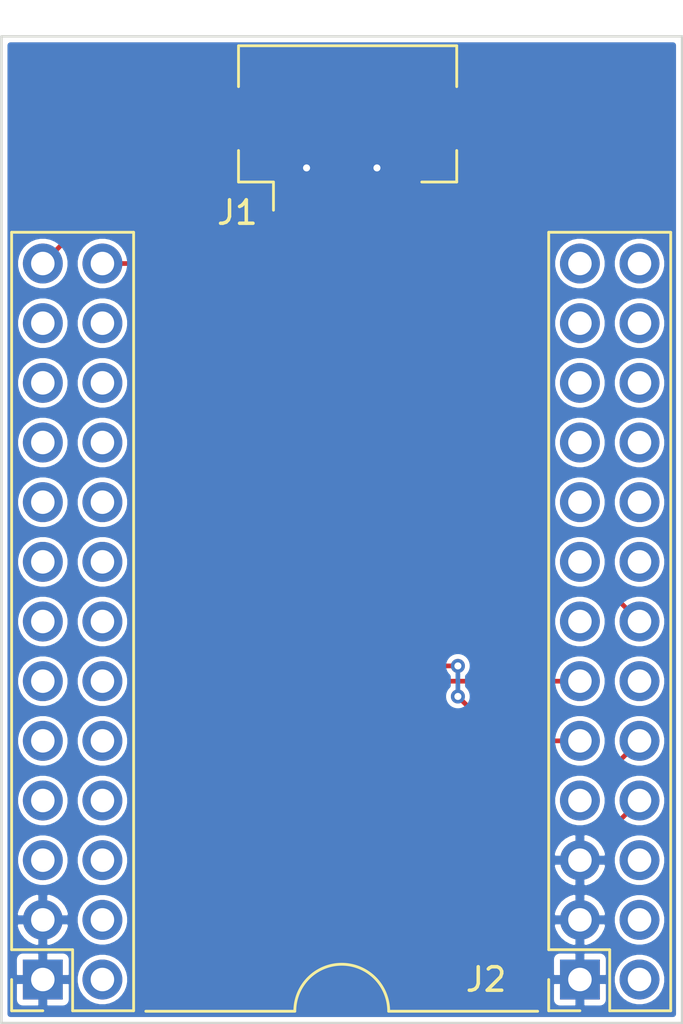
<source format=kicad_pcb>
(kicad_pcb (version 20171130) (host pcbnew "(5.1.9-0-10_14)")

  (general
    (thickness 1.6)
    (drawings 7)
    (tracks 34)
    (zones 0)
    (modules 2)
    (nets 52)
  )

  (page A4)
  (layers
    (0 F.Cu signal)
    (31 B.Cu signal)
    (32 B.Adhes user)
    (33 F.Adhes user)
    (34 B.Paste user)
    (35 F.Paste user)
    (36 B.SilkS user)
    (37 F.SilkS user)
    (38 B.Mask user)
    (39 F.Mask user)
    (40 Dwgs.User user)
    (41 Cmts.User user)
    (42 Eco1.User user)
    (43 Eco2.User user)
    (44 Edge.Cuts user)
    (45 Margin user)
    (46 B.CrtYd user)
    (47 F.CrtYd user)
    (48 B.Fab user)
    (49 F.Fab user)
  )

  (setup
    (last_trace_width 0.2)
    (trace_clearance 0.2)
    (zone_clearance 0.2032)
    (zone_45_only no)
    (trace_min 0.2)
    (via_size 0.6)
    (via_drill 0.3)
    (via_min_size 0.4)
    (via_min_drill 0.3)
    (uvia_size 0.3)
    (uvia_drill 0.1)
    (uvias_allowed no)
    (uvia_min_size 0.2)
    (uvia_min_drill 0.1)
    (edge_width 0.05)
    (segment_width 0.2)
    (pcb_text_width 0.3)
    (pcb_text_size 1.5 1.5)
    (mod_edge_width 0.12)
    (mod_text_size 1 1)
    (mod_text_width 0.15)
    (pad_size 1.524 1.524)
    (pad_drill 0.762)
    (pad_to_mask_clearance 0)
    (aux_axis_origin 0 0)
    (visible_elements FFFFFF7F)
    (pcbplotparams
      (layerselection 0x010f0_ffffffff)
      (usegerberextensions true)
      (usegerberattributes false)
      (usegerberadvancedattributes false)
      (creategerberjobfile false)
      (excludeedgelayer true)
      (linewidth 0.100000)
      (plotframeref false)
      (viasonmask false)
      (mode 1)
      (useauxorigin false)
      (hpglpennumber 1)
      (hpglpenspeed 20)
      (hpglpendiameter 15.000000)
      (psnegative false)
      (psa4output false)
      (plotreference true)
      (plotvalue true)
      (plotinvisibletext false)
      (padsonsilk false)
      (subtractmaskfromsilk true)
      (outputformat 1)
      (mirror false)
      (drillshape 0)
      (scaleselection 1)
      (outputdirectory "fab/"))
  )

  (net 0 "")
  (net 1 /BD0)
  (net 2 /BD1)
  (net 3 GND)
  (net 4 /AD0)
  (net 5 /AD2)
  (net 6 /AD3)
  (net 7 /AD1)
  (net 8 /AD5)
  (net 9 /FE310.UART.TX)
  (net 10 /FE310.UART.RX)
  (net 11 "Net-(J1-Pad12)")
  (net 12 "Net-(J2-Pada23)")
  (net 13 "Net-(J2-Pada22)")
  (net 14 "Net-(J2-Pada13)")
  (net 15 "Net-(J2-Pada19)")
  (net 16 "Net-(J2-Pada18)")
  (net 17 "Net-(J2-Pada2)")
  (net 18 "Net-(J2-Pada20)")
  (net 19 "Net-(J2-Pada26)")
  (net 20 "Net-(J2-Pada7)")
  (net 21 "Net-(J2-Pada12)")
  (net 22 "Net-(J2-Pada15)")
  (net 23 "Net-(J2-Pada16)")
  (net 24 "Net-(J2-Pada6)")
  (net 25 "Net-(J2-Pada21)")
  (net 26 "Net-(J2-Pada17)")
  (net 27 "Net-(J2-Pada25)")
  (net 28 "Net-(J2-Pada24)")
  (net 29 "Net-(J2-Pada4)")
  (net 30 "Net-(J2-Padb6)")
  (net 31 "Net-(J2-Padb5)")
  (net 32 "Net-(J2-Padb4)")
  (net 33 "Net-(J2-Padb24)")
  (net 34 "Net-(J2-Padb23)")
  (net 35 "Net-(J2-Padb22)")
  (net 36 "Net-(J2-Padb21)")
  (net 37 "Net-(J2-Padb20)")
  (net 38 "Net-(J2-Padb19)")
  (net 39 "Net-(J2-Padb18)")
  (net 40 "Net-(J2-Padb17)")
  (net 41 "Net-(J2-Padb16)")
  (net 42 "Net-(J2-Padb15)")
  (net 43 "Net-(J2-Padb14)")
  (net 44 "Net-(J2-Padb13)")
  (net 45 "Net-(J2-Padb12)")
  (net 46 "Net-(J2-Padb11)")
  (net 47 "Net-(J2-Padb10)")
  (net 48 "Net-(J2-Padb9)")
  (net 49 "Net-(J2-Padb8)")
  (net 50 "Net-(J2-Padb7)")
  (net 51 "Net-(J2-Padb2)")

  (net_class Default "This is the default net class."
    (clearance 0.2)
    (trace_width 0.2)
    (via_dia 0.6)
    (via_drill 0.3)
    (uvia_dia 0.3)
    (uvia_drill 0.1)
    (add_net /AD0)
    (add_net /AD1)
    (add_net /AD2)
    (add_net /AD3)
    (add_net /AD5)
    (add_net /BD0)
    (add_net /BD1)
    (add_net /FE310.UART.RX)
    (add_net /FE310.UART.TX)
    (add_net GND)
    (add_net "Net-(J1-Pad12)")
    (add_net "Net-(J2-Pada12)")
    (add_net "Net-(J2-Pada13)")
    (add_net "Net-(J2-Pada15)")
    (add_net "Net-(J2-Pada16)")
    (add_net "Net-(J2-Pada17)")
    (add_net "Net-(J2-Pada18)")
    (add_net "Net-(J2-Pada19)")
    (add_net "Net-(J2-Pada2)")
    (add_net "Net-(J2-Pada20)")
    (add_net "Net-(J2-Pada21)")
    (add_net "Net-(J2-Pada22)")
    (add_net "Net-(J2-Pada23)")
    (add_net "Net-(J2-Pada24)")
    (add_net "Net-(J2-Pada25)")
    (add_net "Net-(J2-Pada26)")
    (add_net "Net-(J2-Pada4)")
    (add_net "Net-(J2-Pada6)")
    (add_net "Net-(J2-Pada7)")
    (add_net "Net-(J2-Padb10)")
    (add_net "Net-(J2-Padb11)")
    (add_net "Net-(J2-Padb12)")
    (add_net "Net-(J2-Padb13)")
    (add_net "Net-(J2-Padb14)")
    (add_net "Net-(J2-Padb15)")
    (add_net "Net-(J2-Padb16)")
    (add_net "Net-(J2-Padb17)")
    (add_net "Net-(J2-Padb18)")
    (add_net "Net-(J2-Padb19)")
    (add_net "Net-(J2-Padb2)")
    (add_net "Net-(J2-Padb20)")
    (add_net "Net-(J2-Padb21)")
    (add_net "Net-(J2-Padb22)")
    (add_net "Net-(J2-Padb23)")
    (add_net "Net-(J2-Padb24)")
    (add_net "Net-(J2-Padb4)")
    (add_net "Net-(J2-Padb5)")
    (add_net "Net-(J2-Padb6)")
    (add_net "Net-(J2-Padb7)")
    (add_net "Net-(J2-Padb8)")
    (add_net "Net-(J2-Padb9)")
  )

  (module Connector_FFC-FPC:Hirose_FH12-12S-0.5SH_1x12-1MP_P0.50mm_Horizontal (layer F.Cu) (tedit 633603EB) (tstamp 63367DA9)
    (at 125.6 77.45 180)
    (descr "Hirose FH12, FFC/FPC connector, FH12-12S-0.5SH, 12 Pins per row (https://www.hirose.com/product/en/products/FH12/FH12-24S-0.5SH(55)/), generated with kicad-footprint-generator")
    (tags "connector Hirose FH12 horizontal")
    (path /6339B3FE)
    (attr smd)
    (fp_text reference J1 (at 4.7 -2.6) (layer F.SilkS)
      (effects (font (size 1 1) (thickness 0.15)))
    )
    (fp_text value Phone (at 0 5.6) (layer F.Fab)
      (effects (font (size 1 1) (thickness 0.15)))
    )
    (fp_line (start 0 -1.2) (end 4.55 -1.2) (layer F.Fab) (width 0.1))
    (fp_line (start 4.55 -1.2) (end 4.55 3.4) (layer F.Fab) (width 0.1))
    (fp_line (start 4.55 3.4) (end 3.95 3.4) (layer F.Fab) (width 0.1))
    (fp_line (start 3.95 3.4) (end 3.95 3.7) (layer F.Fab) (width 0.1))
    (fp_line (start 3.95 3.7) (end 4.45 3.7) (layer F.Fab) (width 0.1))
    (fp_line (start 4.45 3.7) (end 4.45 4.4) (layer F.Fab) (width 0.1))
    (fp_line (start 4.45 4.4) (end 0 4.4) (layer F.Fab) (width 0.1))
    (fp_line (start 0 -1.2) (end -4.55 -1.2) (layer F.Fab) (width 0.1))
    (fp_line (start -4.55 -1.2) (end -4.55 3.4) (layer F.Fab) (width 0.1))
    (fp_line (start -4.55 3.4) (end -3.95 3.4) (layer F.Fab) (width 0.1))
    (fp_line (start -3.95 3.4) (end -3.95 3.7) (layer F.Fab) (width 0.1))
    (fp_line (start -3.95 3.7) (end -4.45 3.7) (layer F.Fab) (width 0.1))
    (fp_line (start -4.45 3.7) (end -4.45 4.4) (layer F.Fab) (width 0.1))
    (fp_line (start -4.45 4.4) (end 0 4.4) (layer F.Fab) (width 0.1))
    (fp_line (start 3.16 -1.3) (end 4.65 -1.3) (layer F.SilkS) (width 0.12))
    (fp_line (start 4.65 -1.3) (end 4.65 0.04) (layer F.SilkS) (width 0.12))
    (fp_line (start -3.16 -1.3) (end -4.65 -1.3) (layer F.SilkS) (width 0.12))
    (fp_line (start -4.65 -1.3) (end -4.65 0.04) (layer F.SilkS) (width 0.12))
    (fp_line (start 4.65 2.76) (end 4.65 4.5) (layer F.SilkS) (width 0.12))
    (fp_line (start 4.65 4.5) (end -4.65 4.5) (layer F.SilkS) (width 0.12))
    (fp_line (start -4.65 4.5) (end -4.65 2.76) (layer F.SilkS) (width 0.12))
    (fp_line (start 3.16 -1.3) (end 3.16 -2.5) (layer F.SilkS) (width 0.12))
    (fp_line (start 3.25 -1.2) (end 2.75 -0.492893) (layer F.Fab) (width 0.1))
    (fp_line (start 2.75 -0.492893) (end 2.25 -1.2) (layer F.Fab) (width 0.1))
    (fp_line (start 6.05 -3) (end 6.05 4.9) (layer F.CrtYd) (width 0.05))
    (fp_line (start 6.05 4.9) (end -6.05 4.9) (layer F.CrtYd) (width 0.05))
    (fp_line (start -6.05 4.9) (end -6.05 -3) (layer F.CrtYd) (width 0.05))
    (fp_line (start -6.05 -3) (end 6.05 -3) (layer F.CrtYd) (width 0.05))
    (fp_text user %R (at 0 3.7) (layer F.Fab)
      (effects (font (size 1 1) (thickness 0.15)))
    )
    (pad MP smd rect (at -4.65 1.4 180) (size 1.8 2.2) (layers F.Cu F.Paste F.Mask))
    (pad MP smd rect (at 4.65 1.4 180) (size 1.8 2.2) (layers F.Cu F.Paste F.Mask))
    (pad 1 smd rect (at 2.75 -1.85 180) (size 0.3 1.3) (layers F.Cu F.Paste F.Mask)
      (net 1 /BD0))
    (pad 2 smd rect (at 2.25 -1.85 180) (size 0.3 1.3) (layers F.Cu F.Paste F.Mask)
      (net 2 /BD1))
    (pad 3 smd rect (at 1.75 -1.85 180) (size 0.3 1.3) (layers F.Cu F.Paste F.Mask)
      (net 3 GND))
    (pad 4 smd rect (at 1.25 -1.85 180) (size 0.3 1.3) (layers F.Cu F.Paste F.Mask)
      (net 4 /AD0))
    (pad 5 smd rect (at 0.75 -1.85 180) (size 0.3 1.3) (layers F.Cu F.Paste F.Mask)
      (net 5 /AD2))
    (pad 6 smd rect (at 0.25 -1.85 180) (size 0.3 1.3) (layers F.Cu F.Paste F.Mask)
      (net 6 /AD3))
    (pad 7 smd rect (at -0.25 -1.85 180) (size 0.3 1.3) (layers F.Cu F.Paste F.Mask)
      (net 7 /AD1))
    (pad 8 smd rect (at -0.75 -1.85 180) (size 0.3 1.3) (layers F.Cu F.Paste F.Mask)
      (net 8 /AD5))
    (pad 9 smd rect (at -1.25 -1.85 180) (size 0.3 1.3) (layers F.Cu F.Paste F.Mask)
      (net 3 GND))
    (pad 10 smd rect (at -1.75 -1.85 180) (size 0.3 1.3) (layers F.Cu F.Paste F.Mask)
      (net 9 /FE310.UART.TX))
    (pad 11 smd rect (at -2.25 -1.85 180) (size 0.3 1.3) (layers F.Cu F.Paste F.Mask)
      (net 10 /FE310.UART.RX))
    (pad 12 smd rect (at -2.75 -1.85 180) (size 0.3 1.3) (layers F.Cu F.Paste F.Mask)
      (net 11 "Net-(J1-Pad12)"))
    (model ${KISYS3DMOD}/Connector_FFC-FPC.3dshapes/Hirose_FH12-12S-0.5SH_1x12-1MP_P0.50mm_Horizontal.wrl
      (at (xyz 0 0 0))
      (scale (xyz 1 1 1))
      (rotate (xyz 0 0 0))
    )
  )

  (module footprints:FTDI_FT2232H-56Q-MMDL (layer F.Cu) (tedit 6335F5EE) (tstamp 64E32091)
    (at 135.5 112.7 180)
    (path /6338AFA6)
    (fp_text reference J2 (at 4 0) (layer F.SilkS)
      (effects (font (size 1 1) (thickness 0.15)))
    )
    (fp_text value FT2232H (at 9.85 1.35) (layer F.Fab)
      (effects (font (size 1 1) (thickness 0.15)))
    )
    (fp_line (start 1.33 -1.33) (end 0 -1.33) (layer F.SilkS) (width 0.12))
    (fp_line (start -1.27 -1.33) (end -3.87 -1.33) (layer F.SilkS) (width 0.12))
    (fp_line (start 1.8 -1.8) (end 1.8 32.25) (layer F.CrtYd) (width 0.05))
    (fp_line (start 1.33 0) (end 1.33 -1.33) (layer F.SilkS) (width 0.12))
    (fp_line (start -4.35 -1.8) (end 1.8 -1.8) (layer F.CrtYd) (width 0.05))
    (fp_line (start -1.27 1.27) (end -1.27 -1.33) (layer F.SilkS) (width 0.12))
    (fp_line (start -4.35 32.25) (end -4.35 -1.8) (layer F.CrtYd) (width 0.05))
    (fp_line (start 1.8 32.25) (end -4.35 32.25) (layer F.CrtYd) (width 0.05))
    (fp_line (start 1.33 1.27) (end -1.27 1.27) (layer F.SilkS) (width 0.12))
    (fp_line (start -3.81 -1.27) (end -3.81 31.75) (layer F.Fab) (width 0.1))
    (fp_line (start -3.81 31.75) (end 1.27 31.75) (layer F.Fab) (width 0.1))
    (fp_line (start 0 -1.27) (end -3.81 -1.27) (layer F.Fab) (width 0.1))
    (fp_line (start -3.87 -1.33) (end -3.87 31.81) (layer F.SilkS) (width 0.12))
    (fp_line (start 1.27 31.75) (end 1.27 0) (layer F.Fab) (width 0.1))
    (fp_line (start 1.27 0) (end 0 -1.27) (layer F.Fab) (width 0.1))
    (fp_line (start 1.33 31.81) (end -3.87 31.81) (layer F.SilkS) (width 0.12))
    (fp_line (start 1.33 1.27) (end 1.33 31.81) (layer F.SilkS) (width 0.12))
    (fp_line (start 19.08 31.75) (end 24.16 31.75) (layer F.Fab) (width 0.1))
    (fp_line (start 19.08 -1.27) (end 19.08 31.75) (layer F.Fab) (width 0.1))
    (fp_line (start 22.89 -1.27) (end 19.08 -1.27) (layer F.Fab) (width 0.1))
    (fp_line (start 24.22 1.27) (end 21.62 1.27) (layer F.SilkS) (width 0.12))
    (fp_line (start 19.02 -1.33) (end 19.02 31.81) (layer F.SilkS) (width 0.12))
    (fp_line (start 24.22 1.27) (end 24.22 31.81) (layer F.SilkS) (width 0.12))
    (fp_line (start 24.22 31.81) (end 19.02 31.81) (layer F.SilkS) (width 0.12))
    (fp_line (start 24.16 0) (end 22.89 -1.27) (layer F.Fab) (width 0.1))
    (fp_line (start 24.16 31.75) (end 24.16 0) (layer F.Fab) (width 0.1))
    (fp_line (start 18.54 -1.8) (end 24.69 -1.8) (layer F.CrtYd) (width 0.05))
    (fp_line (start 18.54 32.25) (end 18.54 -1.8) (layer F.CrtYd) (width 0.05))
    (fp_line (start 24.69 32.25) (end 18.54 32.25) (layer F.CrtYd) (width 0.05))
    (fp_line (start 24.69 -1.8) (end 24.69 32.25) (layer F.CrtYd) (width 0.05))
    (fp_line (start 24.22 -1.33) (end 22.89 -1.33) (layer F.SilkS) (width 0.12))
    (fp_line (start 24.22 0) (end 24.22 -1.33) (layer F.SilkS) (width 0.12))
    (fp_line (start 21.62 -1.33) (end 19.02 -1.33) (layer F.SilkS) (width 0.12))
    (fp_line (start 21.62 1.27) (end 21.62 -1.33) (layer F.SilkS) (width 0.12))
    (pad a23 thru_hole oval (at 0 27.94 180) (size 1.7 1.7) (drill 1) (layers *.Cu *.Mask)
      (net 12 "Net-(J2-Pada23)"))
    (pad a22 thru_hole oval (at -2.54 25.4 180) (size 1.7 1.7) (drill 1) (layers *.Cu *.Mask)
      (net 13 "Net-(J2-Pada22)"))
    (pad a9 thru_hole oval (at 0 10.16 180) (size 1.7 1.7) (drill 1) (layers *.Cu *.Mask)
      (net 7 /AD1))
    (pad a13 thru_hole oval (at 0 15.24 180) (size 1.7 1.7) (drill 1) (layers *.Cu *.Mask)
      (net 14 "Net-(J2-Pada13)"))
    (pad a19 thru_hole oval (at 0 22.86 180) (size 1.7 1.7) (drill 1) (layers *.Cu *.Mask)
      (net 15 "Net-(J2-Pada19)"))
    (pad a18 thru_hole oval (at -2.54 20.32 180) (size 1.7 1.7) (drill 1) (layers *.Cu *.Mask)
      (net 16 "Net-(J2-Pada18)"))
    (pad a2 thru_hole oval (at -2.54 0 180) (size 1.7 1.7) (drill 1) (layers *.Cu *.Mask)
      (net 17 "Net-(J2-Pada2)"))
    (pad a20 thru_hole oval (at -2.54 22.86 180) (size 1.7 1.7) (drill 1) (layers *.Cu *.Mask)
      (net 18 "Net-(J2-Pada20)"))
    (pad a5 thru_hole oval (at 0 5.08 180) (size 1.7 1.7) (drill 1) (layers *.Cu *.Mask)
      (net 3 GND))
    (pad a26 thru_hole oval (at -2.54 30.48 180) (size 1.7 1.7) (drill 1) (layers *.Cu *.Mask)
      (net 19 "Net-(J2-Pada26)"))
    (pad a3 thru_hole oval (at 0 2.54 180) (size 1.7 1.7) (drill 1) (layers *.Cu *.Mask)
      (net 3 GND))
    (pad a1 thru_hole rect (at 0 0 180) (size 1.7 1.7) (drill 1) (layers *.Cu *.Mask)
      (net 3 GND))
    (pad a14 thru_hole oval (at -2.54 15.24 180) (size 1.7 1.7) (drill 1) (layers *.Cu *.Mask)
      (net 8 /AD5))
    (pad a7 thru_hole oval (at 0 7.62 180) (size 1.7 1.7) (drill 1) (layers *.Cu *.Mask)
      (net 20 "Net-(J2-Pada7)"))
    (pad a12 thru_hole oval (at -2.54 12.7 180) (size 1.7 1.7) (drill 1) (layers *.Cu *.Mask)
      (net 21 "Net-(J2-Pada12)"))
    (pad a15 thru_hole oval (at 0 17.78 180) (size 1.7 1.7) (drill 1) (layers *.Cu *.Mask)
      (net 22 "Net-(J2-Pada15)"))
    (pad a16 thru_hole oval (at -2.54 17.78 180) (size 1.7 1.7) (drill 1) (layers *.Cu *.Mask)
      (net 23 "Net-(J2-Pada16)"))
    (pad a6 thru_hole oval (at -2.54 5.08 180) (size 1.7 1.7) (drill 1) (layers *.Cu *.Mask)
      (net 24 "Net-(J2-Pada6)"))
    (pad a21 thru_hole oval (at 0 25.4 180) (size 1.7 1.7) (drill 1) (layers *.Cu *.Mask)
      (net 25 "Net-(J2-Pada21)"))
    (pad a17 thru_hole oval (at 0 20.32 180) (size 1.7 1.7) (drill 1) (layers *.Cu *.Mask)
      (net 26 "Net-(J2-Pada17)"))
    (pad a25 thru_hole oval (at 0 30.48 180) (size 1.7 1.7) (drill 1) (layers *.Cu *.Mask)
      (net 27 "Net-(J2-Pada25)"))
    (pad a24 thru_hole oval (at -2.54 27.94 180) (size 1.7 1.7) (drill 1) (layers *.Cu *.Mask)
      (net 28 "Net-(J2-Pada24)"))
    (pad a10 thru_hole oval (at -2.54 10.16 180) (size 1.7 1.7) (drill 1) (layers *.Cu *.Mask)
      (net 5 /AD2))
    (pad a8 thru_hole oval (at -2.54 7.62 180) (size 1.7 1.7) (drill 1) (layers *.Cu *.Mask)
      (net 4 /AD0))
    (pad a11 thru_hole oval (at 0 12.7 180) (size 1.7 1.7) (drill 1) (layers *.Cu *.Mask)
      (net 6 /AD3))
    (pad a4 thru_hole oval (at -2.54 2.54 180) (size 1.7 1.7) (drill 1) (layers *.Cu *.Mask)
      (net 29 "Net-(J2-Pada4)"))
    (pad b1 thru_hole rect (at 22.89 0 180) (size 1.7 1.7) (drill 1) (layers *.Cu *.Mask)
      (net 3 GND))
    (pad b6 thru_hole oval (at 20.35 5.08 180) (size 1.7 1.7) (drill 1) (layers *.Cu *.Mask)
      (net 30 "Net-(J2-Padb6)"))
    (pad b5 thru_hole oval (at 22.89 5.08 180) (size 1.7 1.7) (drill 1) (layers *.Cu *.Mask)
      (net 31 "Net-(J2-Padb5)"))
    (pad b4 thru_hole oval (at 20.35 2.54 180) (size 1.7 1.7) (drill 1) (layers *.Cu *.Mask)
      (net 32 "Net-(J2-Padb4)"))
    (pad b26 thru_hole oval (at 20.35 30.48 180) (size 1.7 1.7) (drill 1) (layers *.Cu *.Mask)
      (net 2 /BD1))
    (pad b25 thru_hole oval (at 22.89 30.48 180) (size 1.7 1.7) (drill 1) (layers *.Cu *.Mask)
      (net 1 /BD0))
    (pad b24 thru_hole oval (at 20.35 27.94 180) (size 1.7 1.7) (drill 1) (layers *.Cu *.Mask)
      (net 33 "Net-(J2-Padb24)"))
    (pad b23 thru_hole oval (at 22.89 27.94 180) (size 1.7 1.7) (drill 1) (layers *.Cu *.Mask)
      (net 34 "Net-(J2-Padb23)"))
    (pad b22 thru_hole oval (at 20.35 25.4 180) (size 1.7 1.7) (drill 1) (layers *.Cu *.Mask)
      (net 35 "Net-(J2-Padb22)"))
    (pad b21 thru_hole oval (at 22.89 25.4 180) (size 1.7 1.7) (drill 1) (layers *.Cu *.Mask)
      (net 36 "Net-(J2-Padb21)"))
    (pad b20 thru_hole oval (at 20.35 22.86 180) (size 1.7 1.7) (drill 1) (layers *.Cu *.Mask)
      (net 37 "Net-(J2-Padb20)"))
    (pad b19 thru_hole oval (at 22.89 22.86 180) (size 1.7 1.7) (drill 1) (layers *.Cu *.Mask)
      (net 38 "Net-(J2-Padb19)"))
    (pad b18 thru_hole oval (at 20.35 20.32 180) (size 1.7 1.7) (drill 1) (layers *.Cu *.Mask)
      (net 39 "Net-(J2-Padb18)"))
    (pad b17 thru_hole oval (at 22.89 20.32 180) (size 1.7 1.7) (drill 1) (layers *.Cu *.Mask)
      (net 40 "Net-(J2-Padb17)"))
    (pad b16 thru_hole oval (at 20.35 17.78 180) (size 1.7 1.7) (drill 1) (layers *.Cu *.Mask)
      (net 41 "Net-(J2-Padb16)"))
    (pad b15 thru_hole oval (at 22.89 17.78 180) (size 1.7 1.7) (drill 1) (layers *.Cu *.Mask)
      (net 42 "Net-(J2-Padb15)"))
    (pad b14 thru_hole oval (at 20.35 15.24 180) (size 1.7 1.7) (drill 1) (layers *.Cu *.Mask)
      (net 43 "Net-(J2-Padb14)"))
    (pad b13 thru_hole oval (at 22.89 15.24 180) (size 1.7 1.7) (drill 1) (layers *.Cu *.Mask)
      (net 44 "Net-(J2-Padb13)"))
    (pad b12 thru_hole oval (at 20.35 12.7 180) (size 1.7 1.7) (drill 1) (layers *.Cu *.Mask)
      (net 45 "Net-(J2-Padb12)"))
    (pad b11 thru_hole oval (at 22.89 12.7 180) (size 1.7 1.7) (drill 1) (layers *.Cu *.Mask)
      (net 46 "Net-(J2-Padb11)"))
    (pad b10 thru_hole oval (at 20.35 10.16 180) (size 1.7 1.7) (drill 1) (layers *.Cu *.Mask)
      (net 47 "Net-(J2-Padb10)"))
    (pad b9 thru_hole oval (at 22.89 10.16 180) (size 1.7 1.7) (drill 1) (layers *.Cu *.Mask)
      (net 48 "Net-(J2-Padb9)"))
    (pad b8 thru_hole oval (at 20.35 7.62 180) (size 1.7 1.7) (drill 1) (layers *.Cu *.Mask)
      (net 49 "Net-(J2-Padb8)"))
    (pad b7 thru_hole oval (at 22.89 7.62 180) (size 1.7 1.7) (drill 1) (layers *.Cu *.Mask)
      (net 50 "Net-(J2-Padb7)"))
    (pad b3 thru_hole oval (at 22.89 2.54 180) (size 1.7 1.7) (drill 1) (layers *.Cu *.Mask)
      (net 3 GND))
    (pad b2 thru_hole oval (at 20.35 0 180) (size 1.7 1.7) (drill 1) (layers *.Cu *.Mask)
      (net 51 "Net-(J2-Padb2)"))
  )

  (gr_line (start 123.35 114.05) (end 117 114.05) (layer F.SilkS) (width 0.12))
  (gr_line (start 127.35 114.05) (end 133.7 114.05) (layer F.SilkS) (width 0.12))
  (gr_arc (start 125.35 114.05) (end 127.35 114.05) (angle -180) (layer F.SilkS) (width 0.12))
  (gr_line (start 139.85 72.55) (end 110.85 72.55) (layer Edge.Cuts) (width 0.1) (tstamp 633694CC))
  (gr_line (start 139.85 114.55) (end 139.85 72.55) (layer Edge.Cuts) (width 0.1))
  (gr_line (start 110.85 114.55) (end 139.85 114.55) (layer Edge.Cuts) (width 0.1))
  (gr_line (start 110.85 72.55) (end 110.85 114.55) (layer Edge.Cuts) (width 0.1))

  (segment (start 122.85 80.35) (end 122.3 80.9) (width 0.2) (layer F.Cu) (net 1))
  (segment (start 113.93 80.9) (end 112.61 82.22) (width 0.2) (layer F.Cu) (net 1))
  (segment (start 122.3 80.9) (end 113.93 80.9) (width 0.2) (layer F.Cu) (net 1))
  (segment (start 122.85 80.35) (end 122.85 79.3) (width 0.2) (layer F.Cu) (net 1))
  (segment (start 121.58 82.22) (end 115.15 82.22) (width 0.2) (layer F.Cu) (net 2))
  (segment (start 123.35 80.45) (end 121.58 82.22) (width 0.2) (layer F.Cu) (net 2))
  (segment (start 123.35 80.45) (end 123.35 79.3) (width 0.2) (layer F.Cu) (net 2))
  (via (at 123.85 78.15) (size 0.6) (drill 0.3) (layers F.Cu B.Cu) (net 3))
  (segment (start 123.85 79.3) (end 123.85 78.15) (width 0.25) (layer F.Cu) (net 3))
  (via (at 126.85 78.15) (size 0.6) (drill 0.3) (layers F.Cu B.Cu) (net 3))
  (segment (start 126.85 79.3) (end 126.85 78.15) (width 0.25) (layer F.Cu) (net 3))
  (segment (start 124.35 96.35) (end 134.35 106.35) (width 0.2) (layer F.Cu) (net 4))
  (segment (start 136.77 106.35) (end 138.04 105.08) (width 0.2) (layer F.Cu) (net 4))
  (segment (start 134.35 106.35) (end 136.77 106.35) (width 0.2) (layer F.Cu) (net 4))
  (segment (start 124.35 96.35) (end 124.35 79.3) (width 0.2) (layer F.Cu) (net 4))
  (segment (start 124.85 96.25) (end 132.4 103.8) (width 0.2) (layer F.Cu) (net 5))
  (segment (start 136.78 103.8) (end 138.04 102.54) (width 0.2) (layer F.Cu) (net 5))
  (segment (start 132.4 103.8) (end 136.78 103.8) (width 0.2) (layer F.Cu) (net 5))
  (segment (start 124.85 96.25) (end 124.85 79.3) (width 0.2) (layer F.Cu) (net 5))
  (segment (start 129.2 100) (end 135.5 100) (width 0.2) (layer F.Cu) (net 6))
  (segment (start 125.35 96.15) (end 129.2 100) (width 0.2) (layer F.Cu) (net 6))
  (segment (start 125.35 79.3) (end 125.35 96.15) (width 0.2) (layer F.Cu) (net 6))
  (via (at 130.3 99.35) (size 0.6) (drill 0.3) (layers F.Cu B.Cu) (net 7))
  (segment (start 129.15 99.35) (end 130.3 99.35) (width 0.2) (layer F.Cu) (net 7))
  (segment (start 125.85 96.05) (end 129.15 99.35) (width 0.2) (layer F.Cu) (net 7))
  (via (at 130.3 100.65) (size 0.6) (drill 0.3) (layers F.Cu B.Cu) (net 7))
  (segment (start 130.3 99.35) (end 130.3 100.65) (width 0.2) (layer B.Cu) (net 7))
  (segment (start 132.19 102.54) (end 135.5 102.54) (width 0.2) (layer F.Cu) (net 7))
  (segment (start 130.3 100.65) (end 132.19 102.54) (width 0.2) (layer F.Cu) (net 7))
  (segment (start 125.85 96.05) (end 125.85 79.3) (width 0.2) (layer F.Cu) (net 7))
  (segment (start 126.35 91) (end 131.55 96.2) (width 0.2) (layer F.Cu) (net 8))
  (segment (start 136.78 96.2) (end 138.04 97.46) (width 0.2) (layer F.Cu) (net 8))
  (segment (start 131.55 96.2) (end 136.78 96.2) (width 0.2) (layer F.Cu) (net 8))
  (segment (start 126.35 79.3) (end 126.35 91) (width 0.2) (layer F.Cu) (net 8))

  (zone (net 3) (net_name GND) (layer B.Cu) (tstamp 65F731AC) (hatch edge 0.508)
    (connect_pads (clearance 0.2032))
    (min_thickness 0.254)
    (fill yes (arc_segments 32) (thermal_gap 0.254) (thermal_bridge_width 0.381))
    (polygon
      (pts
        (xy 139.85 114.55) (xy 110.85 114.55) (xy 110.85 72.55) (xy 139.85 72.55)
      )
    )
    (filled_polygon
      (pts
        (xy 139.4698 114.1698) (xy 111.2302 114.1698) (xy 111.2302 113.55) (xy 111.377157 113.55) (xy 111.384513 113.624689)
        (xy 111.406299 113.696508) (xy 111.441678 113.762696) (xy 111.489289 113.820711) (xy 111.547304 113.868322) (xy 111.613492 113.903701)
        (xy 111.685311 113.925487) (xy 111.76 113.932843) (xy 112.45125 113.931) (xy 112.5465 113.83575) (xy 112.5465 112.7635)
        (xy 112.6735 112.7635) (xy 112.6735 113.83575) (xy 112.76875 113.931) (xy 113.46 113.932843) (xy 113.534689 113.925487)
        (xy 113.606508 113.903701) (xy 113.672696 113.868322) (xy 113.730711 113.820711) (xy 113.778322 113.762696) (xy 113.813701 113.696508)
        (xy 113.835487 113.624689) (xy 113.842843 113.55) (xy 113.841 112.85875) (xy 113.74575 112.7635) (xy 112.6735 112.7635)
        (xy 112.5465 112.7635) (xy 111.47425 112.7635) (xy 111.379 112.85875) (xy 111.377157 113.55) (xy 111.2302 113.55)
        (xy 111.2302 111.85) (xy 111.377157 111.85) (xy 111.379 112.54125) (xy 111.47425 112.6365) (xy 112.5465 112.6365)
        (xy 112.5465 111.56425) (xy 112.6735 111.56425) (xy 112.6735 112.6365) (xy 113.74575 112.6365) (xy 113.79849 112.58376)
        (xy 113.9698 112.58376) (xy 113.9698 112.81624) (xy 114.015155 113.044252) (xy 114.104121 113.259034) (xy 114.233279 113.452333)
        (xy 114.397667 113.616721) (xy 114.590966 113.745879) (xy 114.805748 113.834845) (xy 115.03376 113.8802) (xy 115.26624 113.8802)
        (xy 115.494252 113.834845) (xy 115.709034 113.745879) (xy 115.902333 113.616721) (xy 115.969054 113.55) (xy 134.267157 113.55)
        (xy 134.274513 113.624689) (xy 134.296299 113.696508) (xy 134.331678 113.762696) (xy 134.379289 113.820711) (xy 134.437304 113.868322)
        (xy 134.503492 113.903701) (xy 134.575311 113.925487) (xy 134.65 113.932843) (xy 135.34125 113.931) (xy 135.4365 113.83575)
        (xy 135.4365 112.7635) (xy 135.5635 112.7635) (xy 135.5635 113.83575) (xy 135.65875 113.931) (xy 136.35 113.932843)
        (xy 136.424689 113.925487) (xy 136.496508 113.903701) (xy 136.562696 113.868322) (xy 136.620711 113.820711) (xy 136.668322 113.762696)
        (xy 136.703701 113.696508) (xy 136.725487 113.624689) (xy 136.732843 113.55) (xy 136.731 112.85875) (xy 136.63575 112.7635)
        (xy 135.5635 112.7635) (xy 135.4365 112.7635) (xy 134.36425 112.7635) (xy 134.269 112.85875) (xy 134.267157 113.55)
        (xy 115.969054 113.55) (xy 116.066721 113.452333) (xy 116.195879 113.259034) (xy 116.284845 113.044252) (xy 116.3302 112.81624)
        (xy 116.3302 112.58376) (xy 116.284845 112.355748) (xy 116.195879 112.140966) (xy 116.066721 111.947667) (xy 115.969054 111.85)
        (xy 134.267157 111.85) (xy 134.269 112.54125) (xy 134.36425 112.6365) (xy 135.4365 112.6365) (xy 135.4365 111.56425)
        (xy 135.5635 111.56425) (xy 135.5635 112.6365) (xy 136.63575 112.6365) (xy 136.68849 112.58376) (xy 136.8598 112.58376)
        (xy 136.8598 112.81624) (xy 136.905155 113.044252) (xy 136.994121 113.259034) (xy 137.123279 113.452333) (xy 137.287667 113.616721)
        (xy 137.480966 113.745879) (xy 137.695748 113.834845) (xy 137.92376 113.8802) (xy 138.15624 113.8802) (xy 138.384252 113.834845)
        (xy 138.599034 113.745879) (xy 138.792333 113.616721) (xy 138.956721 113.452333) (xy 139.085879 113.259034) (xy 139.174845 113.044252)
        (xy 139.2202 112.81624) (xy 139.2202 112.58376) (xy 139.174845 112.355748) (xy 139.085879 112.140966) (xy 138.956721 111.947667)
        (xy 138.792333 111.783279) (xy 138.599034 111.654121) (xy 138.384252 111.565155) (xy 138.15624 111.5198) (xy 137.92376 111.5198)
        (xy 137.695748 111.565155) (xy 137.480966 111.654121) (xy 137.287667 111.783279) (xy 137.123279 111.947667) (xy 136.994121 112.140966)
        (xy 136.905155 112.355748) (xy 136.8598 112.58376) (xy 136.68849 112.58376) (xy 136.731 112.54125) (xy 136.732843 111.85)
        (xy 136.725487 111.775311) (xy 136.703701 111.703492) (xy 136.668322 111.637304) (xy 136.620711 111.579289) (xy 136.562696 111.531678)
        (xy 136.496508 111.496299) (xy 136.424689 111.474513) (xy 136.35 111.467157) (xy 135.65875 111.469) (xy 135.5635 111.56425)
        (xy 135.4365 111.56425) (xy 135.34125 111.469) (xy 134.65 111.467157) (xy 134.575311 111.474513) (xy 134.503492 111.496299)
        (xy 134.437304 111.531678) (xy 134.379289 111.579289) (xy 134.331678 111.637304) (xy 134.296299 111.703492) (xy 134.274513 111.775311)
        (xy 134.267157 111.85) (xy 115.969054 111.85) (xy 115.902333 111.783279) (xy 115.709034 111.654121) (xy 115.494252 111.565155)
        (xy 115.26624 111.5198) (xy 115.03376 111.5198) (xy 114.805748 111.565155) (xy 114.590966 111.654121) (xy 114.397667 111.783279)
        (xy 114.233279 111.947667) (xy 114.104121 112.140966) (xy 114.015155 112.355748) (xy 113.9698 112.58376) (xy 113.79849 112.58376)
        (xy 113.841 112.54125) (xy 113.842843 111.85) (xy 113.835487 111.775311) (xy 113.813701 111.703492) (xy 113.778322 111.637304)
        (xy 113.730711 111.579289) (xy 113.672696 111.531678) (xy 113.606508 111.496299) (xy 113.534689 111.474513) (xy 113.46 111.467157)
        (xy 112.76875 111.469) (xy 112.6735 111.56425) (xy 112.5465 111.56425) (xy 112.45125 111.469) (xy 111.76 111.467157)
        (xy 111.685311 111.474513) (xy 111.613492 111.496299) (xy 111.547304 111.531678) (xy 111.489289 111.579289) (xy 111.441678 111.637304)
        (xy 111.406299 111.703492) (xy 111.384513 111.775311) (xy 111.377157 111.85) (xy 111.2302 111.85) (xy 111.2302 110.415033)
        (xy 111.405708 110.415033) (xy 111.466976 110.617018) (xy 111.578099 110.831229) (xy 111.728877 111.019645) (xy 111.913516 111.175026)
        (xy 112.124921 111.2914) (xy 112.354967 111.364295) (xy 112.5465 111.294114) (xy 112.5465 110.2235) (xy 112.6735 110.2235)
        (xy 112.6735 111.294114) (xy 112.865033 111.364295) (xy 113.095079 111.2914) (xy 113.306484 111.175026) (xy 113.491123 111.019645)
        (xy 113.641901 110.831229) (xy 113.753024 110.617018) (xy 113.814292 110.415033) (xy 113.743973 110.2235) (xy 112.6735 110.2235)
        (xy 112.5465 110.2235) (xy 111.476027 110.2235) (xy 111.405708 110.415033) (xy 111.2302 110.415033) (xy 111.2302 109.904967)
        (xy 111.405708 109.904967) (xy 111.476027 110.0965) (xy 112.5465 110.0965) (xy 112.5465 109.025886) (xy 112.6735 109.025886)
        (xy 112.6735 110.0965) (xy 113.743973 110.0965) (xy 113.763335 110.04376) (xy 113.9698 110.04376) (xy 113.9698 110.27624)
        (xy 114.015155 110.504252) (xy 114.104121 110.719034) (xy 114.233279 110.912333) (xy 114.397667 111.076721) (xy 114.590966 111.205879)
        (xy 114.805748 111.294845) (xy 115.03376 111.3402) (xy 115.26624 111.3402) (xy 115.494252 111.294845) (xy 115.709034 111.205879)
        (xy 115.902333 111.076721) (xy 116.066721 110.912333) (xy 116.195879 110.719034) (xy 116.284845 110.504252) (xy 116.302591 110.415033)
        (xy 134.295708 110.415033) (xy 134.356976 110.617018) (xy 134.468099 110.831229) (xy 134.618877 111.019645) (xy 134.803516 111.175026)
        (xy 135.014921 111.2914) (xy 135.244967 111.364295) (xy 135.4365 111.294114) (xy 135.4365 110.2235) (xy 135.5635 110.2235)
        (xy 135.5635 111.294114) (xy 135.755033 111.364295) (xy 135.985079 111.2914) (xy 136.196484 111.175026) (xy 136.381123 111.019645)
        (xy 136.531901 110.831229) (xy 136.643024 110.617018) (xy 136.704292 110.415033) (xy 136.633973 110.2235) (xy 135.5635 110.2235)
        (xy 135.4365 110.2235) (xy 134.366027 110.2235) (xy 134.295708 110.415033) (xy 116.302591 110.415033) (xy 116.3302 110.27624)
        (xy 116.3302 110.04376) (xy 116.302592 109.904967) (xy 134.295708 109.904967) (xy 134.366027 110.0965) (xy 135.4365 110.0965)
        (xy 135.4365 109.025886) (xy 135.5635 109.025886) (xy 135.5635 110.0965) (xy 136.633973 110.0965) (xy 136.653335 110.04376)
        (xy 136.8598 110.04376) (xy 136.8598 110.27624) (xy 136.905155 110.504252) (xy 136.994121 110.719034) (xy 137.123279 110.912333)
        (xy 137.287667 111.076721) (xy 137.480966 111.205879) (xy 137.695748 111.294845) (xy 137.92376 111.3402) (xy 138.15624 111.3402)
        (xy 138.384252 111.294845) (xy 138.599034 111.205879) (xy 138.792333 111.076721) (xy 138.956721 110.912333) (xy 139.085879 110.719034)
        (xy 139.174845 110.504252) (xy 139.2202 110.27624) (xy 139.2202 110.04376) (xy 139.174845 109.815748) (xy 139.085879 109.600966)
        (xy 138.956721 109.407667) (xy 138.792333 109.243279) (xy 138.599034 109.114121) (xy 138.384252 109.025155) (xy 138.15624 108.9798)
        (xy 137.92376 108.9798) (xy 137.695748 109.025155) (xy 137.480966 109.114121) (xy 137.287667 109.243279) (xy 137.123279 109.407667)
        (xy 136.994121 109.600966) (xy 136.905155 109.815748) (xy 136.8598 110.04376) (xy 136.653335 110.04376) (xy 136.704292 109.904967)
        (xy 136.643024 109.702982) (xy 136.531901 109.488771) (xy 136.381123 109.300355) (xy 136.196484 109.144974) (xy 135.985079 109.0286)
        (xy 135.755033 108.955705) (xy 135.5635 109.025886) (xy 135.4365 109.025886) (xy 135.244967 108.955705) (xy 135.014921 109.0286)
        (xy 134.803516 109.144974) (xy 134.618877 109.300355) (xy 134.468099 109.488771) (xy 134.356976 109.702982) (xy 134.295708 109.904967)
        (xy 116.302592 109.904967) (xy 116.284845 109.815748) (xy 116.195879 109.600966) (xy 116.066721 109.407667) (xy 115.902333 109.243279)
        (xy 115.709034 109.114121) (xy 115.494252 109.025155) (xy 115.26624 108.9798) (xy 115.03376 108.9798) (xy 114.805748 109.025155)
        (xy 114.590966 109.114121) (xy 114.397667 109.243279) (xy 114.233279 109.407667) (xy 114.104121 109.600966) (xy 114.015155 109.815748)
        (xy 113.9698 110.04376) (xy 113.763335 110.04376) (xy 113.814292 109.904967) (xy 113.753024 109.702982) (xy 113.641901 109.488771)
        (xy 113.491123 109.300355) (xy 113.306484 109.144974) (xy 113.095079 109.0286) (xy 112.865033 108.955705) (xy 112.6735 109.025886)
        (xy 112.5465 109.025886) (xy 112.354967 108.955705) (xy 112.124921 109.0286) (xy 111.913516 109.144974) (xy 111.728877 109.300355)
        (xy 111.578099 109.488771) (xy 111.466976 109.702982) (xy 111.405708 109.904967) (xy 111.2302 109.904967) (xy 111.2302 107.50376)
        (xy 111.4298 107.50376) (xy 111.4298 107.73624) (xy 111.475155 107.964252) (xy 111.564121 108.179034) (xy 111.693279 108.372333)
        (xy 111.857667 108.536721) (xy 112.050966 108.665879) (xy 112.265748 108.754845) (xy 112.49376 108.8002) (xy 112.72624 108.8002)
        (xy 112.954252 108.754845) (xy 113.169034 108.665879) (xy 113.362333 108.536721) (xy 113.526721 108.372333) (xy 113.655879 108.179034)
        (xy 113.744845 107.964252) (xy 113.7902 107.73624) (xy 113.7902 107.50376) (xy 113.9698 107.50376) (xy 113.9698 107.73624)
        (xy 114.015155 107.964252) (xy 114.104121 108.179034) (xy 114.233279 108.372333) (xy 114.397667 108.536721) (xy 114.590966 108.665879)
        (xy 114.805748 108.754845) (xy 115.03376 108.8002) (xy 115.26624 108.8002) (xy 115.494252 108.754845) (xy 115.709034 108.665879)
        (xy 115.902333 108.536721) (xy 116.066721 108.372333) (xy 116.195879 108.179034) (xy 116.284845 107.964252) (xy 116.302591 107.875033)
        (xy 134.295708 107.875033) (xy 134.356976 108.077018) (xy 134.468099 108.291229) (xy 134.618877 108.479645) (xy 134.803516 108.635026)
        (xy 135.014921 108.7514) (xy 135.244967 108.824295) (xy 135.4365 108.754114) (xy 135.4365 107.6835) (xy 135.5635 107.6835)
        (xy 135.5635 108.754114) (xy 135.755033 108.824295) (xy 135.985079 108.7514) (xy 136.196484 108.635026) (xy 136.381123 108.479645)
        (xy 136.531901 108.291229) (xy 136.643024 108.077018) (xy 136.704292 107.875033) (xy 136.633973 107.6835) (xy 135.5635 107.6835)
        (xy 135.4365 107.6835) (xy 134.366027 107.6835) (xy 134.295708 107.875033) (xy 116.302591 107.875033) (xy 116.3302 107.73624)
        (xy 116.3302 107.50376) (xy 116.302592 107.364967) (xy 134.295708 107.364967) (xy 134.366027 107.5565) (xy 135.4365 107.5565)
        (xy 135.4365 106.485886) (xy 135.5635 106.485886) (xy 135.5635 107.5565) (xy 136.633973 107.5565) (xy 136.653335 107.50376)
        (xy 136.8598 107.50376) (xy 136.8598 107.73624) (xy 136.905155 107.964252) (xy 136.994121 108.179034) (xy 137.123279 108.372333)
        (xy 137.287667 108.536721) (xy 137.480966 108.665879) (xy 137.695748 108.754845) (xy 137.92376 108.8002) (xy 138.15624 108.8002)
        (xy 138.384252 108.754845) (xy 138.599034 108.665879) (xy 138.792333 108.536721) (xy 138.956721 108.372333) (xy 139.085879 108.179034)
        (xy 139.174845 107.964252) (xy 139.2202 107.73624) (xy 139.2202 107.50376) (xy 139.174845 107.275748) (xy 139.085879 107.060966)
        (xy 138.956721 106.867667) (xy 138.792333 106.703279) (xy 138.599034 106.574121) (xy 138.384252 106.485155) (xy 138.15624 106.4398)
        (xy 137.92376 106.4398) (xy 137.695748 106.485155) (xy 137.480966 106.574121) (xy 137.287667 106.703279) (xy 137.123279 106.867667)
        (xy 136.994121 107.060966) (xy 136.905155 107.275748) (xy 136.8598 107.50376) (xy 136.653335 107.50376) (xy 136.704292 107.364967)
        (xy 136.643024 107.162982) (xy 136.531901 106.948771) (xy 136.381123 106.760355) (xy 136.196484 106.604974) (xy 135.985079 106.4886)
        (xy 135.755033 106.415705) (xy 135.5635 106.485886) (xy 135.4365 106.485886) (xy 135.244967 106.415705) (xy 135.014921 106.4886)
        (xy 134.803516 106.604974) (xy 134.618877 106.760355) (xy 134.468099 106.948771) (xy 134.356976 107.162982) (xy 134.295708 107.364967)
        (xy 116.302592 107.364967) (xy 116.284845 107.275748) (xy 116.195879 107.060966) (xy 116.066721 106.867667) (xy 115.902333 106.703279)
        (xy 115.709034 106.574121) (xy 115.494252 106.485155) (xy 115.26624 106.4398) (xy 115.03376 106.4398) (xy 114.805748 106.485155)
        (xy 114.590966 106.574121) (xy 114.397667 106.703279) (xy 114.233279 106.867667) (xy 114.104121 107.060966) (xy 114.015155 107.275748)
        (xy 113.9698 107.50376) (xy 113.7902 107.50376) (xy 113.744845 107.275748) (xy 113.655879 107.060966) (xy 113.526721 106.867667)
        (xy 113.362333 106.703279) (xy 113.169034 106.574121) (xy 112.954252 106.485155) (xy 112.72624 106.4398) (xy 112.49376 106.4398)
        (xy 112.265748 106.485155) (xy 112.050966 106.574121) (xy 111.857667 106.703279) (xy 111.693279 106.867667) (xy 111.564121 107.060966)
        (xy 111.475155 107.275748) (xy 111.4298 107.50376) (xy 111.2302 107.50376) (xy 111.2302 104.96376) (xy 111.4298 104.96376)
        (xy 111.4298 105.19624) (xy 111.475155 105.424252) (xy 111.564121 105.639034) (xy 111.693279 105.832333) (xy 111.857667 105.996721)
        (xy 112.050966 106.125879) (xy 112.265748 106.214845) (xy 112.49376 106.2602) (xy 112.72624 106.2602) (xy 112.954252 106.214845)
        (xy 113.169034 106.125879) (xy 113.362333 105.996721) (xy 113.526721 105.832333) (xy 113.655879 105.639034) (xy 113.744845 105.424252)
        (xy 113.7902 105.19624) (xy 113.7902 104.96376) (xy 113.9698 104.96376) (xy 113.9698 105.19624) (xy 114.015155 105.424252)
        (xy 114.104121 105.639034) (xy 114.233279 105.832333) (xy 114.397667 105.996721) (xy 114.590966 106.125879) (xy 114.805748 106.214845)
        (xy 115.03376 106.2602) (xy 115.26624 106.2602) (xy 115.494252 106.214845) (xy 115.709034 106.125879) (xy 115.902333 105.996721)
        (xy 116.066721 105.832333) (xy 116.195879 105.639034) (xy 116.284845 105.424252) (xy 116.3302 105.19624) (xy 116.3302 104.96376)
        (xy 134.3198 104.96376) (xy 134.3198 105.19624) (xy 134.365155 105.424252) (xy 134.454121 105.639034) (xy 134.583279 105.832333)
        (xy 134.747667 105.996721) (xy 134.940966 106.125879) (xy 135.155748 106.214845) (xy 135.38376 106.2602) (xy 135.61624 106.2602)
        (xy 135.844252 106.214845) (xy 136.059034 106.125879) (xy 136.252333 105.996721) (xy 136.416721 105.832333) (xy 136.545879 105.639034)
        (xy 136.634845 105.424252) (xy 136.6802 105.19624) (xy 136.6802 104.96376) (xy 136.8598 104.96376) (xy 136.8598 105.19624)
        (xy 136.905155 105.424252) (xy 136.994121 105.639034) (xy 137.123279 105.832333) (xy 137.287667 105.996721) (xy 137.480966 106.125879)
        (xy 137.695748 106.214845) (xy 137.92376 106.2602) (xy 138.15624 106.2602) (xy 138.384252 106.214845) (xy 138.599034 106.125879)
        (xy 138.792333 105.996721) (xy 138.956721 105.832333) (xy 139.085879 105.639034) (xy 139.174845 105.424252) (xy 139.2202 105.19624)
        (xy 139.2202 104.96376) (xy 139.174845 104.735748) (xy 139.085879 104.520966) (xy 138.956721 104.327667) (xy 138.792333 104.163279)
        (xy 138.599034 104.034121) (xy 138.384252 103.945155) (xy 138.15624 103.8998) (xy 137.92376 103.8998) (xy 137.695748 103.945155)
        (xy 137.480966 104.034121) (xy 137.287667 104.163279) (xy 137.123279 104.327667) (xy 136.994121 104.520966) (xy 136.905155 104.735748)
        (xy 136.8598 104.96376) (xy 136.6802 104.96376) (xy 136.634845 104.735748) (xy 136.545879 104.520966) (xy 136.416721 104.327667)
        (xy 136.252333 104.163279) (xy 136.059034 104.034121) (xy 135.844252 103.945155) (xy 135.61624 103.8998) (xy 135.38376 103.8998)
        (xy 135.155748 103.945155) (xy 134.940966 104.034121) (xy 134.747667 104.163279) (xy 134.583279 104.327667) (xy 134.454121 104.520966)
        (xy 134.365155 104.735748) (xy 134.3198 104.96376) (xy 116.3302 104.96376) (xy 116.284845 104.735748) (xy 116.195879 104.520966)
        (xy 116.066721 104.327667) (xy 115.902333 104.163279) (xy 115.709034 104.034121) (xy 115.494252 103.945155) (xy 115.26624 103.8998)
        (xy 115.03376 103.8998) (xy 114.805748 103.945155) (xy 114.590966 104.034121) (xy 114.397667 104.163279) (xy 114.233279 104.327667)
        (xy 114.104121 104.520966) (xy 114.015155 104.735748) (xy 113.9698 104.96376) (xy 113.7902 104.96376) (xy 113.744845 104.735748)
        (xy 113.655879 104.520966) (xy 113.526721 104.327667) (xy 113.362333 104.163279) (xy 113.169034 104.034121) (xy 112.954252 103.945155)
        (xy 112.72624 103.8998) (xy 112.49376 103.8998) (xy 112.265748 103.945155) (xy 112.050966 104.034121) (xy 111.857667 104.163279)
        (xy 111.693279 104.327667) (xy 111.564121 104.520966) (xy 111.475155 104.735748) (xy 111.4298 104.96376) (xy 111.2302 104.96376)
        (xy 111.2302 102.42376) (xy 111.4298 102.42376) (xy 111.4298 102.65624) (xy 111.475155 102.884252) (xy 111.564121 103.099034)
        (xy 111.693279 103.292333) (xy 111.857667 103.456721) (xy 112.050966 103.585879) (xy 112.265748 103.674845) (xy 112.49376 103.7202)
        (xy 112.72624 103.7202) (xy 112.954252 103.674845) (xy 113.169034 103.585879) (xy 113.362333 103.456721) (xy 113.526721 103.292333)
        (xy 113.655879 103.099034) (xy 113.744845 102.884252) (xy 113.7902 102.65624) (xy 113.7902 102.42376) (xy 113.9698 102.42376)
        (xy 113.9698 102.65624) (xy 114.015155 102.884252) (xy 114.104121 103.099034) (xy 114.233279 103.292333) (xy 114.397667 103.456721)
        (xy 114.590966 103.585879) (xy 114.805748 103.674845) (xy 115.03376 103.7202) (xy 115.26624 103.7202) (xy 115.494252 103.674845)
        (xy 115.709034 103.585879) (xy 115.902333 103.456721) (xy 116.066721 103.292333) (xy 116.195879 103.099034) (xy 116.284845 102.884252)
        (xy 116.3302 102.65624) (xy 116.3302 102.42376) (xy 134.3198 102.42376) (xy 134.3198 102.65624) (xy 134.365155 102.884252)
        (xy 134.454121 103.099034) (xy 134.583279 103.292333) (xy 134.747667 103.456721) (xy 134.940966 103.585879) (xy 135.155748 103.674845)
        (xy 135.38376 103.7202) (xy 135.61624 103.7202) (xy 135.844252 103.674845) (xy 136.059034 103.585879) (xy 136.252333 103.456721)
        (xy 136.416721 103.292333) (xy 136.545879 103.099034) (xy 136.634845 102.884252) (xy 136.6802 102.65624) (xy 136.6802 102.42376)
        (xy 136.8598 102.42376) (xy 136.8598 102.65624) (xy 136.905155 102.884252) (xy 136.994121 103.099034) (xy 137.123279 103.292333)
        (xy 137.287667 103.456721) (xy 137.480966 103.585879) (xy 137.695748 103.674845) (xy 137.92376 103.7202) (xy 138.15624 103.7202)
        (xy 138.384252 103.674845) (xy 138.599034 103.585879) (xy 138.792333 103.456721) (xy 138.956721 103.292333) (xy 139.085879 103.099034)
        (xy 139.174845 102.884252) (xy 139.2202 102.65624) (xy 139.2202 102.42376) (xy 139.174845 102.195748) (xy 139.085879 101.980966)
        (xy 138.956721 101.787667) (xy 138.792333 101.623279) (xy 138.599034 101.494121) (xy 138.384252 101.405155) (xy 138.15624 101.3598)
        (xy 137.92376 101.3598) (xy 137.695748 101.405155) (xy 137.480966 101.494121) (xy 137.287667 101.623279) (xy 137.123279 101.787667)
        (xy 136.994121 101.980966) (xy 136.905155 102.195748) (xy 136.8598 102.42376) (xy 136.6802 102.42376) (xy 136.634845 102.195748)
        (xy 136.545879 101.980966) (xy 136.416721 101.787667) (xy 136.252333 101.623279) (xy 136.059034 101.494121) (xy 135.844252 101.405155)
        (xy 135.61624 101.3598) (xy 135.38376 101.3598) (xy 135.155748 101.405155) (xy 134.940966 101.494121) (xy 134.747667 101.623279)
        (xy 134.583279 101.787667) (xy 134.454121 101.980966) (xy 134.365155 102.195748) (xy 134.3198 102.42376) (xy 116.3302 102.42376)
        (xy 116.284845 102.195748) (xy 116.195879 101.980966) (xy 116.066721 101.787667) (xy 115.902333 101.623279) (xy 115.709034 101.494121)
        (xy 115.494252 101.405155) (xy 115.26624 101.3598) (xy 115.03376 101.3598) (xy 114.805748 101.405155) (xy 114.590966 101.494121)
        (xy 114.397667 101.623279) (xy 114.233279 101.787667) (xy 114.104121 101.980966) (xy 114.015155 102.195748) (xy 113.9698 102.42376)
        (xy 113.7902 102.42376) (xy 113.744845 102.195748) (xy 113.655879 101.980966) (xy 113.526721 101.787667) (xy 113.362333 101.623279)
        (xy 113.169034 101.494121) (xy 112.954252 101.405155) (xy 112.72624 101.3598) (xy 112.49376 101.3598) (xy 112.265748 101.405155)
        (xy 112.050966 101.494121) (xy 111.857667 101.623279) (xy 111.693279 101.787667) (xy 111.564121 101.980966) (xy 111.475155 102.195748)
        (xy 111.4298 102.42376) (xy 111.2302 102.42376) (xy 111.2302 99.88376) (xy 111.4298 99.88376) (xy 111.4298 100.11624)
        (xy 111.475155 100.344252) (xy 111.564121 100.559034) (xy 111.693279 100.752333) (xy 111.857667 100.916721) (xy 112.050966 101.045879)
        (xy 112.265748 101.134845) (xy 112.49376 101.1802) (xy 112.72624 101.1802) (xy 112.954252 101.134845) (xy 113.169034 101.045879)
        (xy 113.362333 100.916721) (xy 113.526721 100.752333) (xy 113.655879 100.559034) (xy 113.744845 100.344252) (xy 113.7902 100.11624)
        (xy 113.7902 99.88376) (xy 113.9698 99.88376) (xy 113.9698 100.11624) (xy 114.015155 100.344252) (xy 114.104121 100.559034)
        (xy 114.233279 100.752333) (xy 114.397667 100.916721) (xy 114.590966 101.045879) (xy 114.805748 101.134845) (xy 115.03376 101.1802)
        (xy 115.26624 101.1802) (xy 115.494252 101.134845) (xy 115.709034 101.045879) (xy 115.902333 100.916721) (xy 116.066721 100.752333)
        (xy 116.195879 100.559034) (xy 116.284845 100.344252) (xy 116.3302 100.11624) (xy 116.3302 99.88376) (xy 116.284845 99.655748)
        (xy 116.195879 99.440966) (xy 116.093625 99.287931) (xy 129.6698 99.287931) (xy 129.6698 99.412069) (xy 129.694018 99.533822)
        (xy 129.741524 99.648512) (xy 129.810492 99.751729) (xy 129.8698 99.811037) (xy 129.869801 100.188962) (xy 129.810492 100.248271)
        (xy 129.741524 100.351488) (xy 129.694018 100.466178) (xy 129.6698 100.587931) (xy 129.6698 100.712069) (xy 129.694018 100.833822)
        (xy 129.741524 100.948512) (xy 129.810492 101.051729) (xy 129.898271 101.139508) (xy 130.001488 101.208476) (xy 130.116178 101.255982)
        (xy 130.237931 101.2802) (xy 130.362069 101.2802) (xy 130.483822 101.255982) (xy 130.598512 101.208476) (xy 130.701729 101.139508)
        (xy 130.789508 101.051729) (xy 130.858476 100.948512) (xy 130.905982 100.833822) (xy 130.9302 100.712069) (xy 130.9302 100.587931)
        (xy 130.905982 100.466178) (xy 130.858476 100.351488) (xy 130.789508 100.248271) (xy 130.7302 100.188963) (xy 130.7302 99.88376)
        (xy 134.3198 99.88376) (xy 134.3198 100.11624) (xy 134.365155 100.344252) (xy 134.454121 100.559034) (xy 134.583279 100.752333)
        (xy 134.747667 100.916721) (xy 134.940966 101.045879) (xy 135.155748 101.134845) (xy 135.38376 101.1802) (xy 135.61624 101.1802)
        (xy 135.844252 101.134845) (xy 136.059034 101.045879) (xy 136.252333 100.916721) (xy 136.416721 100.752333) (xy 136.545879 100.559034)
        (xy 136.634845 100.344252) (xy 136.6802 100.11624) (xy 136.6802 99.88376) (xy 136.8598 99.88376) (xy 136.8598 100.11624)
        (xy 136.905155 100.344252) (xy 136.994121 100.559034) (xy 137.123279 100.752333) (xy 137.287667 100.916721) (xy 137.480966 101.045879)
        (xy 137.695748 101.134845) (xy 137.92376 101.1802) (xy 138.15624 101.1802) (xy 138.384252 101.134845) (xy 138.599034 101.045879)
        (xy 138.792333 100.916721) (xy 138.956721 100.752333) (xy 139.085879 100.559034) (xy 139.174845 100.344252) (xy 139.2202 100.11624)
        (xy 139.2202 99.88376) (xy 139.174845 99.655748) (xy 139.085879 99.440966) (xy 138.956721 99.247667) (xy 138.792333 99.083279)
        (xy 138.599034 98.954121) (xy 138.384252 98.865155) (xy 138.15624 98.8198) (xy 137.92376 98.8198) (xy 137.695748 98.865155)
        (xy 137.480966 98.954121) (xy 137.287667 99.083279) (xy 137.123279 99.247667) (xy 136.994121 99.440966) (xy 136.905155 99.655748)
        (xy 136.8598 99.88376) (xy 136.6802 99.88376) (xy 136.634845 99.655748) (xy 136.545879 99.440966) (xy 136.416721 99.247667)
        (xy 136.252333 99.083279) (xy 136.059034 98.954121) (xy 135.844252 98.865155) (xy 135.61624 98.8198) (xy 135.38376 98.8198)
        (xy 135.155748 98.865155) (xy 134.940966 98.954121) (xy 134.747667 99.083279) (xy 134.583279 99.247667) (xy 134.454121 99.440966)
        (xy 134.365155 99.655748) (xy 134.3198 99.88376) (xy 130.7302 99.88376) (xy 130.7302 99.811037) (xy 130.789508 99.751729)
        (xy 130.858476 99.648512) (xy 130.905982 99.533822) (xy 130.9302 99.412069) (xy 130.9302 99.287931) (xy 130.905982 99.166178)
        (xy 130.858476 99.051488) (xy 130.789508 98.948271) (xy 130.701729 98.860492) (xy 130.598512 98.791524) (xy 130.483822 98.744018)
        (xy 130.362069 98.7198) (xy 130.237931 98.7198) (xy 130.116178 98.744018) (xy 130.001488 98.791524) (xy 129.898271 98.860492)
        (xy 129.810492 98.948271) (xy 129.741524 99.051488) (xy 129.694018 99.166178) (xy 129.6698 99.287931) (xy 116.093625 99.287931)
        (xy 116.066721 99.247667) (xy 115.902333 99.083279) (xy 115.709034 98.954121) (xy 115.494252 98.865155) (xy 115.26624 98.8198)
        (xy 115.03376 98.8198) (xy 114.805748 98.865155) (xy 114.590966 98.954121) (xy 114.397667 99.083279) (xy 114.233279 99.247667)
        (xy 114.104121 99.440966) (xy 114.015155 99.655748) (xy 113.9698 99.88376) (xy 113.7902 99.88376) (xy 113.744845 99.655748)
        (xy 113.655879 99.440966) (xy 113.526721 99.247667) (xy 113.362333 99.083279) (xy 113.169034 98.954121) (xy 112.954252 98.865155)
        (xy 112.72624 98.8198) (xy 112.49376 98.8198) (xy 112.265748 98.865155) (xy 112.050966 98.954121) (xy 111.857667 99.083279)
        (xy 111.693279 99.247667) (xy 111.564121 99.440966) (xy 111.475155 99.655748) (xy 111.4298 99.88376) (xy 111.2302 99.88376)
        (xy 111.2302 97.34376) (xy 111.4298 97.34376) (xy 111.4298 97.57624) (xy 111.475155 97.804252) (xy 111.564121 98.019034)
        (xy 111.693279 98.212333) (xy 111.857667 98.376721) (xy 112.050966 98.505879) (xy 112.265748 98.594845) (xy 112.49376 98.6402)
        (xy 112.72624 98.6402) (xy 112.954252 98.594845) (xy 113.169034 98.505879) (xy 113.362333 98.376721) (xy 113.526721 98.212333)
        (xy 113.655879 98.019034) (xy 113.744845 97.804252) (xy 113.7902 97.57624) (xy 113.7902 97.34376) (xy 113.9698 97.34376)
        (xy 113.9698 97.57624) (xy 114.015155 97.804252) (xy 114.104121 98.019034) (xy 114.233279 98.212333) (xy 114.397667 98.376721)
        (xy 114.590966 98.505879) (xy 114.805748 98.594845) (xy 115.03376 98.6402) (xy 115.26624 98.6402) (xy 115.494252 98.594845)
        (xy 115.709034 98.505879) (xy 115.902333 98.376721) (xy 116.066721 98.212333) (xy 116.195879 98.019034) (xy 116.284845 97.804252)
        (xy 116.3302 97.57624) (xy 116.3302 97.34376) (xy 134.3198 97.34376) (xy 134.3198 97.57624) (xy 134.365155 97.804252)
        (xy 134.454121 98.019034) (xy 134.583279 98.212333) (xy 134.747667 98.376721) (xy 134.940966 98.505879) (xy 135.155748 98.594845)
        (xy 135.38376 98.6402) (xy 135.61624 98.6402) (xy 135.844252 98.594845) (xy 136.059034 98.505879) (xy 136.252333 98.376721)
        (xy 136.416721 98.212333) (xy 136.545879 98.019034) (xy 136.634845 97.804252) (xy 136.6802 97.57624) (xy 136.6802 97.34376)
        (xy 136.8598 97.34376) (xy 136.8598 97.57624) (xy 136.905155 97.804252) (xy 136.994121 98.019034) (xy 137.123279 98.212333)
        (xy 137.287667 98.376721) (xy 137.480966 98.505879) (xy 137.695748 98.594845) (xy 137.92376 98.6402) (xy 138.15624 98.6402)
        (xy 138.384252 98.594845) (xy 138.599034 98.505879) (xy 138.792333 98.376721) (xy 138.956721 98.212333) (xy 139.085879 98.019034)
        (xy 139.174845 97.804252) (xy 139.2202 97.57624) (xy 139.2202 97.34376) (xy 139.174845 97.115748) (xy 139.085879 96.900966)
        (xy 138.956721 96.707667) (xy 138.792333 96.543279) (xy 138.599034 96.414121) (xy 138.384252 96.325155) (xy 138.15624 96.2798)
        (xy 137.92376 96.2798) (xy 137.695748 96.325155) (xy 137.480966 96.414121) (xy 137.287667 96.543279) (xy 137.123279 96.707667)
        (xy 136.994121 96.900966) (xy 136.905155 97.115748) (xy 136.8598 97.34376) (xy 136.6802 97.34376) (xy 136.634845 97.115748)
        (xy 136.545879 96.900966) (xy 136.416721 96.707667) (xy 136.252333 96.543279) (xy 136.059034 96.414121) (xy 135.844252 96.325155)
        (xy 135.61624 96.2798) (xy 135.38376 96.2798) (xy 135.155748 96.325155) (xy 134.940966 96.414121) (xy 134.747667 96.543279)
        (xy 134.583279 96.707667) (xy 134.454121 96.900966) (xy 134.365155 97.115748) (xy 134.3198 97.34376) (xy 116.3302 97.34376)
        (xy 116.284845 97.115748) (xy 116.195879 96.900966) (xy 116.066721 96.707667) (xy 115.902333 96.543279) (xy 115.709034 96.414121)
        (xy 115.494252 96.325155) (xy 115.26624 96.2798) (xy 115.03376 96.2798) (xy 114.805748 96.325155) (xy 114.590966 96.414121)
        (xy 114.397667 96.543279) (xy 114.233279 96.707667) (xy 114.104121 96.900966) (xy 114.015155 97.115748) (xy 113.9698 97.34376)
        (xy 113.7902 97.34376) (xy 113.744845 97.115748) (xy 113.655879 96.900966) (xy 113.526721 96.707667) (xy 113.362333 96.543279)
        (xy 113.169034 96.414121) (xy 112.954252 96.325155) (xy 112.72624 96.2798) (xy 112.49376 96.2798) (xy 112.265748 96.325155)
        (xy 112.050966 96.414121) (xy 111.857667 96.543279) (xy 111.693279 96.707667) (xy 111.564121 96.900966) (xy 111.475155 97.115748)
        (xy 111.4298 97.34376) (xy 111.2302 97.34376) (xy 111.2302 94.80376) (xy 111.4298 94.80376) (xy 111.4298 95.03624)
        (xy 111.475155 95.264252) (xy 111.564121 95.479034) (xy 111.693279 95.672333) (xy 111.857667 95.836721) (xy 112.050966 95.965879)
        (xy 112.265748 96.054845) (xy 112.49376 96.1002) (xy 112.72624 96.1002) (xy 112.954252 96.054845) (xy 113.169034 95.965879)
        (xy 113.362333 95.836721) (xy 113.526721 95.672333) (xy 113.655879 95.479034) (xy 113.744845 95.264252) (xy 113.7902 95.03624)
        (xy 113.7902 94.80376) (xy 113.9698 94.80376) (xy 113.9698 95.03624) (xy 114.015155 95.264252) (xy 114.104121 95.479034)
        (xy 114.233279 95.672333) (xy 114.397667 95.836721) (xy 114.590966 95.965879) (xy 114.805748 96.054845) (xy 115.03376 96.1002)
        (xy 115.26624 96.1002) (xy 115.494252 96.054845) (xy 115.709034 95.965879) (xy 115.902333 95.836721) (xy 116.066721 95.672333)
        (xy 116.195879 95.479034) (xy 116.284845 95.264252) (xy 116.3302 95.03624) (xy 116.3302 94.80376) (xy 134.3198 94.80376)
        (xy 134.3198 95.03624) (xy 134.365155 95.264252) (xy 134.454121 95.479034) (xy 134.583279 95.672333) (xy 134.747667 95.836721)
        (xy 134.940966 95.965879) (xy 135.155748 96.054845) (xy 135.38376 96.1002) (xy 135.61624 96.1002) (xy 135.844252 96.054845)
        (xy 136.059034 95.965879) (xy 136.252333 95.836721) (xy 136.416721 95.672333) (xy 136.545879 95.479034) (xy 136.634845 95.264252)
        (xy 136.6802 95.03624) (xy 136.6802 94.80376) (xy 136.8598 94.80376) (xy 136.8598 95.03624) (xy 136.905155 95.264252)
        (xy 136.994121 95.479034) (xy 137.123279 95.672333) (xy 137.287667 95.836721) (xy 137.480966 95.965879) (xy 137.695748 96.054845)
        (xy 137.92376 96.1002) (xy 138.15624 96.1002) (xy 138.384252 96.054845) (xy 138.599034 95.965879) (xy 138.792333 95.836721)
        (xy 138.956721 95.672333) (xy 139.085879 95.479034) (xy 139.174845 95.264252) (xy 139.2202 95.03624) (xy 139.2202 94.80376)
        (xy 139.174845 94.575748) (xy 139.085879 94.360966) (xy 138.956721 94.167667) (xy 138.792333 94.003279) (xy 138.599034 93.874121)
        (xy 138.384252 93.785155) (xy 138.15624 93.7398) (xy 137.92376 93.7398) (xy 137.695748 93.785155) (xy 137.480966 93.874121)
        (xy 137.287667 94.003279) (xy 137.123279 94.167667) (xy 136.994121 94.360966) (xy 136.905155 94.575748) (xy 136.8598 94.80376)
        (xy 136.6802 94.80376) (xy 136.634845 94.575748) (xy 136.545879 94.360966) (xy 136.416721 94.167667) (xy 136.252333 94.003279)
        (xy 136.059034 93.874121) (xy 135.844252 93.785155) (xy 135.61624 93.7398) (xy 135.38376 93.7398) (xy 135.155748 93.785155)
        (xy 134.940966 93.874121) (xy 134.747667 94.003279) (xy 134.583279 94.167667) (xy 134.454121 94.360966) (xy 134.365155 94.575748)
        (xy 134.3198 94.80376) (xy 116.3302 94.80376) (xy 116.284845 94.575748) (xy 116.195879 94.360966) (xy 116.066721 94.167667)
        (xy 115.902333 94.003279) (xy 115.709034 93.874121) (xy 115.494252 93.785155) (xy 115.26624 93.7398) (xy 115.03376 93.7398)
        (xy 114.805748 93.785155) (xy 114.590966 93.874121) (xy 114.397667 94.003279) (xy 114.233279 94.167667) (xy 114.104121 94.360966)
        (xy 114.015155 94.575748) (xy 113.9698 94.80376) (xy 113.7902 94.80376) (xy 113.744845 94.575748) (xy 113.655879 94.360966)
        (xy 113.526721 94.167667) (xy 113.362333 94.003279) (xy 113.169034 93.874121) (xy 112.954252 93.785155) (xy 112.72624 93.7398)
        (xy 112.49376 93.7398) (xy 112.265748 93.785155) (xy 112.050966 93.874121) (xy 111.857667 94.003279) (xy 111.693279 94.167667)
        (xy 111.564121 94.360966) (xy 111.475155 94.575748) (xy 111.4298 94.80376) (xy 111.2302 94.80376) (xy 111.2302 92.26376)
        (xy 111.4298 92.26376) (xy 111.4298 92.49624) (xy 111.475155 92.724252) (xy 111.564121 92.939034) (xy 111.693279 93.132333)
        (xy 111.857667 93.296721) (xy 112.050966 93.425879) (xy 112.265748 93.514845) (xy 112.49376 93.5602) (xy 112.72624 93.5602)
        (xy 112.954252 93.514845) (xy 113.169034 93.425879) (xy 113.362333 93.296721) (xy 113.526721 93.132333) (xy 113.655879 92.939034)
        (xy 113.744845 92.724252) (xy 113.7902 92.49624) (xy 113.7902 92.26376) (xy 113.9698 92.26376) (xy 113.9698 92.49624)
        (xy 114.015155 92.724252) (xy 114.104121 92.939034) (xy 114.233279 93.132333) (xy 114.397667 93.296721) (xy 114.590966 93.425879)
        (xy 114.805748 93.514845) (xy 115.03376 93.5602) (xy 115.26624 93.5602) (xy 115.494252 93.514845) (xy 115.709034 93.425879)
        (xy 115.902333 93.296721) (xy 116.066721 93.132333) (xy 116.195879 92.939034) (xy 116.284845 92.724252) (xy 116.3302 92.49624)
        (xy 116.3302 92.26376) (xy 134.3198 92.26376) (xy 134.3198 92.49624) (xy 134.365155 92.724252) (xy 134.454121 92.939034)
        (xy 134.583279 93.132333) (xy 134.747667 93.296721) (xy 134.940966 93.425879) (xy 135.155748 93.514845) (xy 135.38376 93.5602)
        (xy 135.61624 93.5602) (xy 135.844252 93.514845) (xy 136.059034 93.425879) (xy 136.252333 93.296721) (xy 136.416721 93.132333)
        (xy 136.545879 92.939034) (xy 136.634845 92.724252) (xy 136.6802 92.49624) (xy 136.6802 92.26376) (xy 136.8598 92.26376)
        (xy 136.8598 92.49624) (xy 136.905155 92.724252) (xy 136.994121 92.939034) (xy 137.123279 93.132333) (xy 137.287667 93.296721)
        (xy 137.480966 93.425879) (xy 137.695748 93.514845) (xy 137.92376 93.5602) (xy 138.15624 93.5602) (xy 138.384252 93.514845)
        (xy 138.599034 93.425879) (xy 138.792333 93.296721) (xy 138.956721 93.132333) (xy 139.085879 92.939034) (xy 139.174845 92.724252)
        (xy 139.2202 92.49624) (xy 139.2202 92.26376) (xy 139.174845 92.035748) (xy 139.085879 91.820966) (xy 138.956721 91.627667)
        (xy 138.792333 91.463279) (xy 138.599034 91.334121) (xy 138.384252 91.245155) (xy 138.15624 91.1998) (xy 137.92376 91.1998)
        (xy 137.695748 91.245155) (xy 137.480966 91.334121) (xy 137.287667 91.463279) (xy 137.123279 91.627667) (xy 136.994121 91.820966)
        (xy 136.905155 92.035748) (xy 136.8598 92.26376) (xy 136.6802 92.26376) (xy 136.634845 92.035748) (xy 136.545879 91.820966)
        (xy 136.416721 91.627667) (xy 136.252333 91.463279) (xy 136.059034 91.334121) (xy 135.844252 91.245155) (xy 135.61624 91.1998)
        (xy 135.38376 91.1998) (xy 135.155748 91.245155) (xy 134.940966 91.334121) (xy 134.747667 91.463279) (xy 134.583279 91.627667)
        (xy 134.454121 91.820966) (xy 134.365155 92.035748) (xy 134.3198 92.26376) (xy 116.3302 92.26376) (xy 116.284845 92.035748)
        (xy 116.195879 91.820966) (xy 116.066721 91.627667) (xy 115.902333 91.463279) (xy 115.709034 91.334121) (xy 115.494252 91.245155)
        (xy 115.26624 91.1998) (xy 115.03376 91.1998) (xy 114.805748 91.245155) (xy 114.590966 91.334121) (xy 114.397667 91.463279)
        (xy 114.233279 91.627667) (xy 114.104121 91.820966) (xy 114.015155 92.035748) (xy 113.9698 92.26376) (xy 113.7902 92.26376)
        (xy 113.744845 92.035748) (xy 113.655879 91.820966) (xy 113.526721 91.627667) (xy 113.362333 91.463279) (xy 113.169034 91.334121)
        (xy 112.954252 91.245155) (xy 112.72624 91.1998) (xy 112.49376 91.1998) (xy 112.265748 91.245155) (xy 112.050966 91.334121)
        (xy 111.857667 91.463279) (xy 111.693279 91.627667) (xy 111.564121 91.820966) (xy 111.475155 92.035748) (xy 111.4298 92.26376)
        (xy 111.2302 92.26376) (xy 111.2302 89.72376) (xy 111.4298 89.72376) (xy 111.4298 89.95624) (xy 111.475155 90.184252)
        (xy 111.564121 90.399034) (xy 111.693279 90.592333) (xy 111.857667 90.756721) (xy 112.050966 90.885879) (xy 112.265748 90.974845)
        (xy 112.49376 91.0202) (xy 112.72624 91.0202) (xy 112.954252 90.974845) (xy 113.169034 90.885879) (xy 113.362333 90.756721)
        (xy 113.526721 90.592333) (xy 113.655879 90.399034) (xy 113.744845 90.184252) (xy 113.7902 89.95624) (xy 113.7902 89.72376)
        (xy 113.9698 89.72376) (xy 113.9698 89.95624) (xy 114.015155 90.184252) (xy 114.104121 90.399034) (xy 114.233279 90.592333)
        (xy 114.397667 90.756721) (xy 114.590966 90.885879) (xy 114.805748 90.974845) (xy 115.03376 91.0202) (xy 115.26624 91.0202)
        (xy 115.494252 90.974845) (xy 115.709034 90.885879) (xy 115.902333 90.756721) (xy 116.066721 90.592333) (xy 116.195879 90.399034)
        (xy 116.284845 90.184252) (xy 116.3302 89.95624) (xy 116.3302 89.72376) (xy 134.3198 89.72376) (xy 134.3198 89.95624)
        (xy 134.365155 90.184252) (xy 134.454121 90.399034) (xy 134.583279 90.592333) (xy 134.747667 90.756721) (xy 134.940966 90.885879)
        (xy 135.155748 90.974845) (xy 135.38376 91.0202) (xy 135.61624 91.0202) (xy 135.844252 90.974845) (xy 136.059034 90.885879)
        (xy 136.252333 90.756721) (xy 136.416721 90.592333) (xy 136.545879 90.399034) (xy 136.634845 90.184252) (xy 136.6802 89.95624)
        (xy 136.6802 89.72376) (xy 136.8598 89.72376) (xy 136.8598 89.95624) (xy 136.905155 90.184252) (xy 136.994121 90.399034)
        (xy 137.123279 90.592333) (xy 137.287667 90.756721) (xy 137.480966 90.885879) (xy 137.695748 90.974845) (xy 137.92376 91.0202)
        (xy 138.15624 91.0202) (xy 138.384252 90.974845) (xy 138.599034 90.885879) (xy 138.792333 90.756721) (xy 138.956721 90.592333)
        (xy 139.085879 90.399034) (xy 139.174845 90.184252) (xy 139.2202 89.95624) (xy 139.2202 89.72376) (xy 139.174845 89.495748)
        (xy 139.085879 89.280966) (xy 138.956721 89.087667) (xy 138.792333 88.923279) (xy 138.599034 88.794121) (xy 138.384252 88.705155)
        (xy 138.15624 88.6598) (xy 137.92376 88.6598) (xy 137.695748 88.705155) (xy 137.480966 88.794121) (xy 137.287667 88.923279)
        (xy 137.123279 89.087667) (xy 136.994121 89.280966) (xy 136.905155 89.495748) (xy 136.8598 89.72376) (xy 136.6802 89.72376)
        (xy 136.634845 89.495748) (xy 136.545879 89.280966) (xy 136.416721 89.087667) (xy 136.252333 88.923279) (xy 136.059034 88.794121)
        (xy 135.844252 88.705155) (xy 135.61624 88.6598) (xy 135.38376 88.6598) (xy 135.155748 88.705155) (xy 134.940966 88.794121)
        (xy 134.747667 88.923279) (xy 134.583279 89.087667) (xy 134.454121 89.280966) (xy 134.365155 89.495748) (xy 134.3198 89.72376)
        (xy 116.3302 89.72376) (xy 116.284845 89.495748) (xy 116.195879 89.280966) (xy 116.066721 89.087667) (xy 115.902333 88.923279)
        (xy 115.709034 88.794121) (xy 115.494252 88.705155) (xy 115.26624 88.6598) (xy 115.03376 88.6598) (xy 114.805748 88.705155)
        (xy 114.590966 88.794121) (xy 114.397667 88.923279) (xy 114.233279 89.087667) (xy 114.104121 89.280966) (xy 114.015155 89.495748)
        (xy 113.9698 89.72376) (xy 113.7902 89.72376) (xy 113.744845 89.495748) (xy 113.655879 89.280966) (xy 113.526721 89.087667)
        (xy 113.362333 88.923279) (xy 113.169034 88.794121) (xy 112.954252 88.705155) (xy 112.72624 88.6598) (xy 112.49376 88.6598)
        (xy 112.265748 88.705155) (xy 112.050966 88.794121) (xy 111.857667 88.923279) (xy 111.693279 89.087667) (xy 111.564121 89.280966)
        (xy 111.475155 89.495748) (xy 111.4298 89.72376) (xy 111.2302 89.72376) (xy 111.2302 87.18376) (xy 111.4298 87.18376)
        (xy 111.4298 87.41624) (xy 111.475155 87.644252) (xy 111.564121 87.859034) (xy 111.693279 88.052333) (xy 111.857667 88.216721)
        (xy 112.050966 88.345879) (xy 112.265748 88.434845) (xy 112.49376 88.4802) (xy 112.72624 88.4802) (xy 112.954252 88.434845)
        (xy 113.169034 88.345879) (xy 113.362333 88.216721) (xy 113.526721 88.052333) (xy 113.655879 87.859034) (xy 113.744845 87.644252)
        (xy 113.7902 87.41624) (xy 113.7902 87.18376) (xy 113.9698 87.18376) (xy 113.9698 87.41624) (xy 114.015155 87.644252)
        (xy 114.104121 87.859034) (xy 114.233279 88.052333) (xy 114.397667 88.216721) (xy 114.590966 88.345879) (xy 114.805748 88.434845)
        (xy 115.03376 88.4802) (xy 115.26624 88.4802) (xy 115.494252 88.434845) (xy 115.709034 88.345879) (xy 115.902333 88.216721)
        (xy 116.066721 88.052333) (xy 116.195879 87.859034) (xy 116.284845 87.644252) (xy 116.3302 87.41624) (xy 116.3302 87.18376)
        (xy 134.3198 87.18376) (xy 134.3198 87.41624) (xy 134.365155 87.644252) (xy 134.454121 87.859034) (xy 134.583279 88.052333)
        (xy 134.747667 88.216721) (xy 134.940966 88.345879) (xy 135.155748 88.434845) (xy 135.38376 88.4802) (xy 135.61624 88.4802)
        (xy 135.844252 88.434845) (xy 136.059034 88.345879) (xy 136.252333 88.216721) (xy 136.416721 88.052333) (xy 136.545879 87.859034)
        (xy 136.634845 87.644252) (xy 136.6802 87.41624) (xy 136.6802 87.18376) (xy 136.8598 87.18376) (xy 136.8598 87.41624)
        (xy 136.905155 87.644252) (xy 136.994121 87.859034) (xy 137.123279 88.052333) (xy 137.287667 88.216721) (xy 137.480966 88.345879)
        (xy 137.695748 88.434845) (xy 137.92376 88.4802) (xy 138.15624 88.4802) (xy 138.384252 88.434845) (xy 138.599034 88.345879)
        (xy 138.792333 88.216721) (xy 138.956721 88.052333) (xy 139.085879 87.859034) (xy 139.174845 87.644252) (xy 139.2202 87.41624)
        (xy 139.2202 87.18376) (xy 139.174845 86.955748) (xy 139.085879 86.740966) (xy 138.956721 86.547667) (xy 138.792333 86.383279)
        (xy 138.599034 86.254121) (xy 138.384252 86.165155) (xy 138.15624 86.1198) (xy 137.92376 86.1198) (xy 137.695748 86.165155)
        (xy 137.480966 86.254121) (xy 137.287667 86.383279) (xy 137.123279 86.547667) (xy 136.994121 86.740966) (xy 136.905155 86.955748)
        (xy 136.8598 87.18376) (xy 136.6802 87.18376) (xy 136.634845 86.955748) (xy 136.545879 86.740966) (xy 136.416721 86.547667)
        (xy 136.252333 86.383279) (xy 136.059034 86.254121) (xy 135.844252 86.165155) (xy 135.61624 86.1198) (xy 135.38376 86.1198)
        (xy 135.155748 86.165155) (xy 134.940966 86.254121) (xy 134.747667 86.383279) (xy 134.583279 86.547667) (xy 134.454121 86.740966)
        (xy 134.365155 86.955748) (xy 134.3198 87.18376) (xy 116.3302 87.18376) (xy 116.284845 86.955748) (xy 116.195879 86.740966)
        (xy 116.066721 86.547667) (xy 115.902333 86.383279) (xy 115.709034 86.254121) (xy 115.494252 86.165155) (xy 115.26624 86.1198)
        (xy 115.03376 86.1198) (xy 114.805748 86.165155) (xy 114.590966 86.254121) (xy 114.397667 86.383279) (xy 114.233279 86.547667)
        (xy 114.104121 86.740966) (xy 114.015155 86.955748) (xy 113.9698 87.18376) (xy 113.7902 87.18376) (xy 113.744845 86.955748)
        (xy 113.655879 86.740966) (xy 113.526721 86.547667) (xy 113.362333 86.383279) (xy 113.169034 86.254121) (xy 112.954252 86.165155)
        (xy 112.72624 86.1198) (xy 112.49376 86.1198) (xy 112.265748 86.165155) (xy 112.050966 86.254121) (xy 111.857667 86.383279)
        (xy 111.693279 86.547667) (xy 111.564121 86.740966) (xy 111.475155 86.955748) (xy 111.4298 87.18376) (xy 111.2302 87.18376)
        (xy 111.2302 84.64376) (xy 111.4298 84.64376) (xy 111.4298 84.87624) (xy 111.475155 85.104252) (xy 111.564121 85.319034)
        (xy 111.693279 85.512333) (xy 111.857667 85.676721) (xy 112.050966 85.805879) (xy 112.265748 85.894845) (xy 112.49376 85.9402)
        (xy 112.72624 85.9402) (xy 112.954252 85.894845) (xy 113.169034 85.805879) (xy 113.362333 85.676721) (xy 113.526721 85.512333)
        (xy 113.655879 85.319034) (xy 113.744845 85.104252) (xy 113.7902 84.87624) (xy 113.7902 84.64376) (xy 113.9698 84.64376)
        (xy 113.9698 84.87624) (xy 114.015155 85.104252) (xy 114.104121 85.319034) (xy 114.233279 85.512333) (xy 114.397667 85.676721)
        (xy 114.590966 85.805879) (xy 114.805748 85.894845) (xy 115.03376 85.9402) (xy 115.26624 85.9402) (xy 115.494252 85.894845)
        (xy 115.709034 85.805879) (xy 115.902333 85.676721) (xy 116.066721 85.512333) (xy 116.195879 85.319034) (xy 116.284845 85.104252)
        (xy 116.3302 84.87624) (xy 116.3302 84.64376) (xy 134.3198 84.64376) (xy 134.3198 84.87624) (xy 134.365155 85.104252)
        (xy 134.454121 85.319034) (xy 134.583279 85.512333) (xy 134.747667 85.676721) (xy 134.940966 85.805879) (xy 135.155748 85.894845)
        (xy 135.38376 85.9402) (xy 135.61624 85.9402) (xy 135.844252 85.894845) (xy 136.059034 85.805879) (xy 136.252333 85.676721)
        (xy 136.416721 85.512333) (xy 136.545879 85.319034) (xy 136.634845 85.104252) (xy 136.6802 84.87624) (xy 136.6802 84.64376)
        (xy 136.8598 84.64376) (xy 136.8598 84.87624) (xy 136.905155 85.104252) (xy 136.994121 85.319034) (xy 137.123279 85.512333)
        (xy 137.287667 85.676721) (xy 137.480966 85.805879) (xy 137.695748 85.894845) (xy 137.92376 85.9402) (xy 138.15624 85.9402)
        (xy 138.384252 85.894845) (xy 138.599034 85.805879) (xy 138.792333 85.676721) (xy 138.956721 85.512333) (xy 139.085879 85.319034)
        (xy 139.174845 85.104252) (xy 139.2202 84.87624) (xy 139.2202 84.64376) (xy 139.174845 84.415748) (xy 139.085879 84.200966)
        (xy 138.956721 84.007667) (xy 138.792333 83.843279) (xy 138.599034 83.714121) (xy 138.384252 83.625155) (xy 138.15624 83.5798)
        (xy 137.92376 83.5798) (xy 137.695748 83.625155) (xy 137.480966 83.714121) (xy 137.287667 83.843279) (xy 137.123279 84.007667)
        (xy 136.994121 84.200966) (xy 136.905155 84.415748) (xy 136.8598 84.64376) (xy 136.6802 84.64376) (xy 136.634845 84.415748)
        (xy 136.545879 84.200966) (xy 136.416721 84.007667) (xy 136.252333 83.843279) (xy 136.059034 83.714121) (xy 135.844252 83.625155)
        (xy 135.61624 83.5798) (xy 135.38376 83.5798) (xy 135.155748 83.625155) (xy 134.940966 83.714121) (xy 134.747667 83.843279)
        (xy 134.583279 84.007667) (xy 134.454121 84.200966) (xy 134.365155 84.415748) (xy 134.3198 84.64376) (xy 116.3302 84.64376)
        (xy 116.284845 84.415748) (xy 116.195879 84.200966) (xy 116.066721 84.007667) (xy 115.902333 83.843279) (xy 115.709034 83.714121)
        (xy 115.494252 83.625155) (xy 115.26624 83.5798) (xy 115.03376 83.5798) (xy 114.805748 83.625155) (xy 114.590966 83.714121)
        (xy 114.397667 83.843279) (xy 114.233279 84.007667) (xy 114.104121 84.200966) (xy 114.015155 84.415748) (xy 113.9698 84.64376)
        (xy 113.7902 84.64376) (xy 113.744845 84.415748) (xy 113.655879 84.200966) (xy 113.526721 84.007667) (xy 113.362333 83.843279)
        (xy 113.169034 83.714121) (xy 112.954252 83.625155) (xy 112.72624 83.5798) (xy 112.49376 83.5798) (xy 112.265748 83.625155)
        (xy 112.050966 83.714121) (xy 111.857667 83.843279) (xy 111.693279 84.007667) (xy 111.564121 84.200966) (xy 111.475155 84.415748)
        (xy 111.4298 84.64376) (xy 111.2302 84.64376) (xy 111.2302 82.10376) (xy 111.4298 82.10376) (xy 111.4298 82.33624)
        (xy 111.475155 82.564252) (xy 111.564121 82.779034) (xy 111.693279 82.972333) (xy 111.857667 83.136721) (xy 112.050966 83.265879)
        (xy 112.265748 83.354845) (xy 112.49376 83.4002) (xy 112.72624 83.4002) (xy 112.954252 83.354845) (xy 113.169034 83.265879)
        (xy 113.362333 83.136721) (xy 113.526721 82.972333) (xy 113.655879 82.779034) (xy 113.744845 82.564252) (xy 113.7902 82.33624)
        (xy 113.7902 82.10376) (xy 113.9698 82.10376) (xy 113.9698 82.33624) (xy 114.015155 82.564252) (xy 114.104121 82.779034)
        (xy 114.233279 82.972333) (xy 114.397667 83.136721) (xy 114.590966 83.265879) (xy 114.805748 83.354845) (xy 115.03376 83.4002)
        (xy 115.26624 83.4002) (xy 115.494252 83.354845) (xy 115.709034 83.265879) (xy 115.902333 83.136721) (xy 116.066721 82.972333)
        (xy 116.195879 82.779034) (xy 116.284845 82.564252) (xy 116.3302 82.33624) (xy 116.3302 82.10376) (xy 134.3198 82.10376)
        (xy 134.3198 82.33624) (xy 134.365155 82.564252) (xy 134.454121 82.779034) (xy 134.583279 82.972333) (xy 134.747667 83.136721)
        (xy 134.940966 83.265879) (xy 135.155748 83.354845) (xy 135.38376 83.4002) (xy 135.61624 83.4002) (xy 135.844252 83.354845)
        (xy 136.059034 83.265879) (xy 136.252333 83.136721) (xy 136.416721 82.972333) (xy 136.545879 82.779034) (xy 136.634845 82.564252)
        (xy 136.6802 82.33624) (xy 136.6802 82.10376) (xy 136.8598 82.10376) (xy 136.8598 82.33624) (xy 136.905155 82.564252)
        (xy 136.994121 82.779034) (xy 137.123279 82.972333) (xy 137.287667 83.136721) (xy 137.480966 83.265879) (xy 137.695748 83.354845)
        (xy 137.92376 83.4002) (xy 138.15624 83.4002) (xy 138.384252 83.354845) (xy 138.599034 83.265879) (xy 138.792333 83.136721)
        (xy 138.956721 82.972333) (xy 139.085879 82.779034) (xy 139.174845 82.564252) (xy 139.2202 82.33624) (xy 139.2202 82.10376)
        (xy 139.174845 81.875748) (xy 139.085879 81.660966) (xy 138.956721 81.467667) (xy 138.792333 81.303279) (xy 138.599034 81.174121)
        (xy 138.384252 81.085155) (xy 138.15624 81.0398) (xy 137.92376 81.0398) (xy 137.695748 81.085155) (xy 137.480966 81.174121)
        (xy 137.287667 81.303279) (xy 137.123279 81.467667) (xy 136.994121 81.660966) (xy 136.905155 81.875748) (xy 136.8598 82.10376)
        (xy 136.6802 82.10376) (xy 136.634845 81.875748) (xy 136.545879 81.660966) (xy 136.416721 81.467667) (xy 136.252333 81.303279)
        (xy 136.059034 81.174121) (xy 135.844252 81.085155) (xy 135.61624 81.0398) (xy 135.38376 81.0398) (xy 135.155748 81.085155)
        (xy 134.940966 81.174121) (xy 134.747667 81.303279) (xy 134.583279 81.467667) (xy 134.454121 81.660966) (xy 134.365155 81.875748)
        (xy 134.3198 82.10376) (xy 116.3302 82.10376) (xy 116.284845 81.875748) (xy 116.195879 81.660966) (xy 116.066721 81.467667)
        (xy 115.902333 81.303279) (xy 115.709034 81.174121) (xy 115.494252 81.085155) (xy 115.26624 81.0398) (xy 115.03376 81.0398)
        (xy 114.805748 81.085155) (xy 114.590966 81.174121) (xy 114.397667 81.303279) (xy 114.233279 81.467667) (xy 114.104121 81.660966)
        (xy 114.015155 81.875748) (xy 113.9698 82.10376) (xy 113.7902 82.10376) (xy 113.744845 81.875748) (xy 113.655879 81.660966)
        (xy 113.526721 81.467667) (xy 113.362333 81.303279) (xy 113.169034 81.174121) (xy 112.954252 81.085155) (xy 112.72624 81.0398)
        (xy 112.49376 81.0398) (xy 112.265748 81.085155) (xy 112.050966 81.174121) (xy 111.857667 81.303279) (xy 111.693279 81.467667)
        (xy 111.564121 81.660966) (xy 111.475155 81.875748) (xy 111.4298 82.10376) (xy 111.2302 82.10376) (xy 111.2302 72.9302)
        (xy 139.469801 72.9302)
      )
    )
  )
)

</source>
